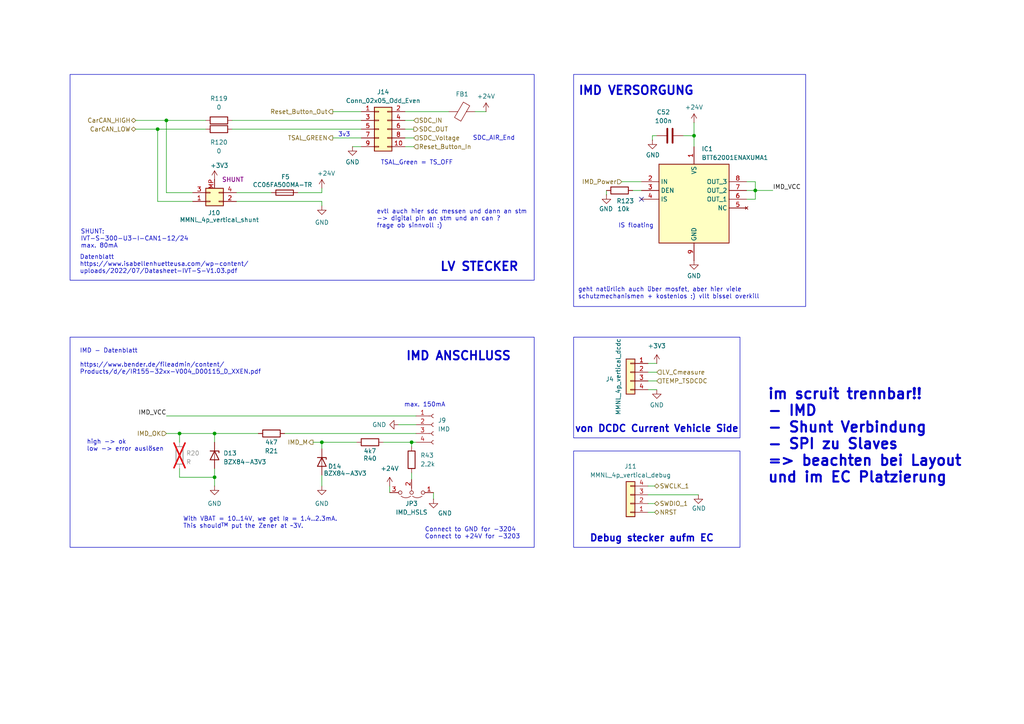
<source format=kicad_sch>
(kicad_sch
	(version 20231120)
	(generator "eeschema")
	(generator_version "8.0")
	(uuid "200fd554-4226-4e14-a1ce-db0521b00741")
	(paper "A4")
	(lib_symbols
		(symbol "BTT62001ENAXUMA1:BTT62001ENAXUMA1"
			(exclude_from_sim no)
			(in_bom yes)
			(on_board yes)
			(property "Reference" "IC"
				(at 26.67 7.62 0)
				(effects
					(font
						(size 1.27 1.27)
					)
					(justify left top)
				)
			)
			(property "Value" "BTT62001ENAXUMA1"
				(at 26.67 5.08 0)
				(effects
					(font
						(size 1.27 1.27)
					)
					(justify left top)
				)
			)
			(property "Footprint" "SOIC127P600X115-9N"
				(at 26.67 -94.92 0)
				(effects
					(font
						(size 1.27 1.27)
					)
					(justify left top)
					(hide yes)
				)
			)
			(property "Datasheet" "https://www.infineon.com/dgdl/Infineon-BTT6200-1ENA-DS-v01_00-EN.pdf?fileId=5546d462636cc8fb01645f3a31f312e9"
				(at 26.67 -194.92 0)
				(effects
					(font
						(size 1.27 1.27)
					)
					(justify left top)
					(hide yes)
				)
			)
			(property "Description" "Infineon PROFET"
				(at -2.54 5.334 0)
				(effects
					(font
						(size 1.27 1.27)
					)
					(hide yes)
				)
			)
			(property "Height" "1.15"
				(at 26.67 -394.92 0)
				(effects
					(font
						(size 1.27 1.27)
					)
					(justify left top)
					(hide yes)
				)
			)
			(property "Manufacturer_Name" "Infineon"
				(at 26.67 -494.92 0)
				(effects
					(font
						(size 1.27 1.27)
					)
					(justify left top)
					(hide yes)
				)
			)
			(property "Manufacturer_Part_Number" "BTT62001ENAXUMA1"
				(at 26.67 -594.92 0)
				(effects
					(font
						(size 1.27 1.27)
					)
					(justify left top)
					(hide yes)
				)
			)
			(property "Arrow Part Number" "BTT62001ENAXUMA1"
				(at 26.67 -694.92 0)
				(effects
					(font
						(size 1.27 1.27)
					)
					(justify left top)
					(hide yes)
				)
			)
			(property "Arrow Price/Stock" "https://www.arrow.com/en/products/btt62001enaxuma1/infineon-technologies-ag"
				(at 26.67 -794.92 0)
				(effects
					(font
						(size 1.27 1.27)
					)
					(justify left top)
					(hide yes)
				)
			)
			(symbol "BTT62001ENAXUMA1_1_1"
				(rectangle
					(start 5.08 2.54)
					(end 25.4 -20.32)
					(stroke
						(width 0.254)
						(type default)
					)
					(fill
						(type background)
					)
				)
				(pin passive line
					(at 15.24 7.62 270)
					(length 5.08)
					(name "VS"
						(effects
							(font
								(size 1.27 1.27)
							)
						)
					)
					(number "1"
						(effects
							(font
								(size 1.27 1.27)
							)
						)
					)
				)
				(pin passive line
					(at 0 -2.54 0)
					(length 5.08)
					(name "IN"
						(effects
							(font
								(size 1.27 1.27)
							)
						)
					)
					(number "2"
						(effects
							(font
								(size 1.27 1.27)
							)
						)
					)
				)
				(pin passive line
					(at 0 -5.08 0)
					(length 5.08)
					(name "DEN"
						(effects
							(font
								(size 1.27 1.27)
							)
						)
					)
					(number "3"
						(effects
							(font
								(size 1.27 1.27)
							)
						)
					)
				)
				(pin passive line
					(at 0 -7.62 0)
					(length 5.08)
					(name "IS"
						(effects
							(font
								(size 1.27 1.27)
							)
						)
					)
					(number "4"
						(effects
							(font
								(size 1.27 1.27)
							)
						)
					)
				)
				(pin no_connect line
					(at 30.48 -10.16 180)
					(length 5.08)
					(name "NC"
						(effects
							(font
								(size 1.27 1.27)
							)
						)
					)
					(number "5"
						(effects
							(font
								(size 1.27 1.27)
							)
						)
					)
				)
				(pin passive line
					(at 30.48 -7.62 180)
					(length 5.08)
					(name "OUT_1"
						(effects
							(font
								(size 1.27 1.27)
							)
						)
					)
					(number "6"
						(effects
							(font
								(size 1.27 1.27)
							)
						)
					)
				)
				(pin passive line
					(at 30.48 -5.08 180)
					(length 5.08)
					(name "OUT_2"
						(effects
							(font
								(size 1.27 1.27)
							)
						)
					)
					(number "7"
						(effects
							(font
								(size 1.27 1.27)
							)
						)
					)
				)
				(pin passive line
					(at 30.48 -2.54 180)
					(length 5.08)
					(name "OUT_3"
						(effects
							(font
								(size 1.27 1.27)
							)
						)
					)
					(number "8"
						(effects
							(font
								(size 1.27 1.27)
							)
						)
					)
				)
				(pin passive line
					(at 15.24 -25.4 90)
					(length 5.08)
					(name "GND"
						(effects
							(font
								(size 1.27 1.27)
							)
						)
					)
					(number "9"
						(effects
							(font
								(size 1.27 1.27)
							)
						)
					)
				)
			)
		)
		(symbol "Connector:Conn_01x04_Socket"
			(pin_names
				(offset 1.016) hide)
			(exclude_from_sim no)
			(in_bom yes)
			(on_board yes)
			(property "Reference" "J"
				(at 0 5.08 0)
				(effects
					(font
						(size 1.27 1.27)
					)
				)
			)
			(property "Value" "Conn_01x04_Socket"
				(at 0 -7.62 0)
				(effects
					(font
						(size 1.27 1.27)
					)
				)
			)
			(property "Footprint" ""
				(at 0 0 0)
				(effects
					(font
						(size 1.27 1.27)
					)
					(hide yes)
				)
			)
			(property "Datasheet" "~"
				(at 0 0 0)
				(effects
					(font
						(size 1.27 1.27)
					)
					(hide yes)
				)
			)
			(property "Description" "Generic connector, single row, 01x04, script generated"
				(at 0 0 0)
				(effects
					(font
						(size 1.27 1.27)
					)
					(hide yes)
				)
			)
			(property "ki_locked" ""
				(at 0 0 0)
				(effects
					(font
						(size 1.27 1.27)
					)
				)
			)
			(property "ki_keywords" "connector"
				(at 0 0 0)
				(effects
					(font
						(size 1.27 1.27)
					)
					(hide yes)
				)
			)
			(property "ki_fp_filters" "Connector*:*_1x??_*"
				(at 0 0 0)
				(effects
					(font
						(size 1.27 1.27)
					)
					(hide yes)
				)
			)
			(symbol "Conn_01x04_Socket_1_1"
				(arc
					(start 0 -4.572)
					(mid -0.5058 -5.08)
					(end 0 -5.588)
					(stroke
						(width 0.1524)
						(type default)
					)
					(fill
						(type none)
					)
				)
				(arc
					(start 0 -2.032)
					(mid -0.5058 -2.54)
					(end 0 -3.048)
					(stroke
						(width 0.1524)
						(type default)
					)
					(fill
						(type none)
					)
				)
				(polyline
					(pts
						(xy -1.27 -5.08) (xy -0.508 -5.08)
					)
					(stroke
						(width 0.1524)
						(type default)
					)
					(fill
						(type none)
					)
				)
				(polyline
					(pts
						(xy -1.27 -2.54) (xy -0.508 -2.54)
					)
					(stroke
						(width 0.1524)
						(type default)
					)
					(fill
						(type none)
					)
				)
				(polyline
					(pts
						(xy -1.27 0) (xy -0.508 0)
					)
					(stroke
						(width 0.1524)
						(type default)
					)
					(fill
						(type none)
					)
				)
				(polyline
					(pts
						(xy -1.27 2.54) (xy -0.508 2.54)
					)
					(stroke
						(width 0.1524)
						(type default)
					)
					(fill
						(type none)
					)
				)
				(arc
					(start 0 0.508)
					(mid -0.5058 0)
					(end 0 -0.508)
					(stroke
						(width 0.1524)
						(type default)
					)
					(fill
						(type none)
					)
				)
				(arc
					(start 0 3.048)
					(mid -0.5058 2.54)
					(end 0 2.032)
					(stroke
						(width 0.1524)
						(type default)
					)
					(fill
						(type none)
					)
				)
				(pin passive line
					(at -5.08 2.54 0)
					(length 3.81)
					(name "Pin_1"
						(effects
							(font
								(size 1.27 1.27)
							)
						)
					)
					(number "1"
						(effects
							(font
								(size 1.27 1.27)
							)
						)
					)
				)
				(pin passive line
					(at -5.08 0 0)
					(length 3.81)
					(name "Pin_2"
						(effects
							(font
								(size 1.27 1.27)
							)
						)
					)
					(number "2"
						(effects
							(font
								(size 1.27 1.27)
							)
						)
					)
				)
				(pin passive line
					(at -5.08 -2.54 0)
					(length 3.81)
					(name "Pin_3"
						(effects
							(font
								(size 1.27 1.27)
							)
						)
					)
					(number "3"
						(effects
							(font
								(size 1.27 1.27)
							)
						)
					)
				)
				(pin passive line
					(at -5.08 -5.08 0)
					(length 3.81)
					(name "Pin_4"
						(effects
							(font
								(size 1.27 1.27)
							)
						)
					)
					(number "4"
						(effects
							(font
								(size 1.27 1.27)
							)
						)
					)
				)
			)
		)
		(symbol "Connector_Generic:Conn_01x04"
			(pin_names
				(offset 1.016) hide)
			(exclude_from_sim no)
			(in_bom yes)
			(on_board yes)
			(property "Reference" "J"
				(at 0 5.08 0)
				(effects
					(font
						(size 1.27 1.27)
					)
				)
			)
			(property "Value" "Conn_01x04"
				(at 0 -7.62 0)
				(effects
					(font
						(size 1.27 1.27)
					)
				)
			)
			(property "Footprint" ""
				(at 0 0 0)
				(effects
					(font
						(size 1.27 1.27)
					)
					(hide yes)
				)
			)
			(property "Datasheet" "~"
				(at 0 0 0)
				(effects
					(font
						(size 1.27 1.27)
					)
					(hide yes)
				)
			)
			(property "Description" "Generic connector, single row, 01x04, script generated (kicad-library-utils/schlib/autogen/connector/)"
				(at 0 0 0)
				(effects
					(font
						(size 1.27 1.27)
					)
					(hide yes)
				)
			)
			(property "ki_keywords" "connector"
				(at 0 0 0)
				(effects
					(font
						(size 1.27 1.27)
					)
					(hide yes)
				)
			)
			(property "ki_fp_filters" "Connector*:*_1x??_*"
				(at 0 0 0)
				(effects
					(font
						(size 1.27 1.27)
					)
					(hide yes)
				)
			)
			(symbol "Conn_01x04_1_1"
				(rectangle
					(start -1.27 -4.953)
					(end 0 -5.207)
					(stroke
						(width 0.1524)
						(type default)
					)
					(fill
						(type none)
					)
				)
				(rectangle
					(start -1.27 -2.413)
					(end 0 -2.667)
					(stroke
						(width 0.1524)
						(type default)
					)
					(fill
						(type none)
					)
				)
				(rectangle
					(start -1.27 0.127)
					(end 0 -0.127)
					(stroke
						(width 0.1524)
						(type default)
					)
					(fill
						(type none)
					)
				)
				(rectangle
					(start -1.27 2.667)
					(end 0 2.413)
					(stroke
						(width 0.1524)
						(type default)
					)
					(fill
						(type none)
					)
				)
				(rectangle
					(start -1.27 3.81)
					(end 1.27 -6.35)
					(stroke
						(width 0.254)
						(type default)
					)
					(fill
						(type background)
					)
				)
				(pin passive line
					(at -5.08 2.54 0)
					(length 3.81)
					(name "Pin_1"
						(effects
							(font
								(size 1.27 1.27)
							)
						)
					)
					(number "1"
						(effects
							(font
								(size 1.27 1.27)
							)
						)
					)
				)
				(pin passive line
					(at -5.08 0 0)
					(length 3.81)
					(name "Pin_2"
						(effects
							(font
								(size 1.27 1.27)
							)
						)
					)
					(number "2"
						(effects
							(font
								(size 1.27 1.27)
							)
						)
					)
				)
				(pin passive line
					(at -5.08 -2.54 0)
					(length 3.81)
					(name "Pin_3"
						(effects
							(font
								(size 1.27 1.27)
							)
						)
					)
					(number "3"
						(effects
							(font
								(size 1.27 1.27)
							)
						)
					)
				)
				(pin passive line
					(at -5.08 -5.08 0)
					(length 3.81)
					(name "Pin_4"
						(effects
							(font
								(size 1.27 1.27)
							)
						)
					)
					(number "4"
						(effects
							(font
								(size 1.27 1.27)
							)
						)
					)
				)
			)
		)
		(symbol "Connector_Generic:Conn_02x05_Odd_Even"
			(pin_names
				(offset 1.016) hide)
			(exclude_from_sim no)
			(in_bom yes)
			(on_board yes)
			(property "Reference" "J"
				(at 1.27 7.62 0)
				(effects
					(font
						(size 1.27 1.27)
					)
				)
			)
			(property "Value" "Conn_02x05_Odd_Even"
				(at 1.27 -7.62 0)
				(effects
					(font
						(size 1.27 1.27)
					)
				)
			)
			(property "Footprint" ""
				(at 0 0 0)
				(effects
					(font
						(size 1.27 1.27)
					)
					(hide yes)
				)
			)
			(property "Datasheet" "~"
				(at 0 0 0)
				(effects
					(font
						(size 1.27 1.27)
					)
					(hide yes)
				)
			)
			(property "Description" "Generic connector, double row, 02x05, odd/even pin numbering scheme (row 1 odd numbers, row 2 even numbers), script generated (kicad-library-utils/schlib/autogen/connector/)"
				(at 0 0 0)
				(effects
					(font
						(size 1.27 1.27)
					)
					(hide yes)
				)
			)
			(property "ki_keywords" "connector"
				(at 0 0 0)
				(effects
					(font
						(size 1.27 1.27)
					)
					(hide yes)
				)
			)
			(property "ki_fp_filters" "Connector*:*_2x??_*"
				(at 0 0 0)
				(effects
					(font
						(size 1.27 1.27)
					)
					(hide yes)
				)
			)
			(symbol "Conn_02x05_Odd_Even_1_1"
				(rectangle
					(start -1.27 -4.953)
					(end 0 -5.207)
					(stroke
						(width 0.1524)
						(type default)
					)
					(fill
						(type none)
					)
				)
				(rectangle
					(start -1.27 -2.413)
					(end 0 -2.667)
					(stroke
						(width 0.1524)
						(type default)
					)
					(fill
						(type none)
					)
				)
				(rectangle
					(start -1.27 0.127)
					(end 0 -0.127)
					(stroke
						(width 0.1524)
						(type default)
					)
					(fill
						(type none)
					)
				)
				(rectangle
					(start -1.27 2.667)
					(end 0 2.413)
					(stroke
						(width 0.1524)
						(type default)
					)
					(fill
						(type none)
					)
				)
				(rectangle
					(start -1.27 5.207)
					(end 0 4.953)
					(stroke
						(width 0.1524)
						(type default)
					)
					(fill
						(type none)
					)
				)
				(rectangle
					(start -1.27 6.35)
					(end 3.81 -6.35)
					(stroke
						(width 0.254)
						(type default)
					)
					(fill
						(type background)
					)
				)
				(rectangle
					(start 3.81 -4.953)
					(end 2.54 -5.207)
					(stroke
						(width 0.1524)
						(type default)
					)
					(fill
						(type none)
					)
				)
				(rectangle
					(start 3.81 -2.413)
					(end 2.54 -2.667)
					(stroke
						(width 0.1524)
						(type default)
					)
					(fill
						(type none)
					)
				)
				(rectangle
					(start 3.81 0.127)
					(end 2.54 -0.127)
					(stroke
						(width 0.1524)
						(type default)
					)
					(fill
						(type none)
					)
				)
				(rectangle
					(start 3.81 2.667)
					(end 2.54 2.413)
					(stroke
						(width 0.1524)
						(type default)
					)
					(fill
						(type none)
					)
				)
				(rectangle
					(start 3.81 5.207)
					(end 2.54 4.953)
					(stroke
						(width 0.1524)
						(type default)
					)
					(fill
						(type none)
					)
				)
				(pin passive line
					(at -5.08 5.08 0)
					(length 3.81)
					(name "Pin_1"
						(effects
							(font
								(size 1.27 1.27)
							)
						)
					)
					(number "1"
						(effects
							(font
								(size 1.27 1.27)
							)
						)
					)
				)
				(pin passive line
					(at 7.62 -5.08 180)
					(length 3.81)
					(name "Pin_10"
						(effects
							(font
								(size 1.27 1.27)
							)
						)
					)
					(number "10"
						(effects
							(font
								(size 1.27 1.27)
							)
						)
					)
				)
				(pin passive line
					(at 7.62 5.08 180)
					(length 3.81)
					(name "Pin_2"
						(effects
							(font
								(size 1.27 1.27)
							)
						)
					)
					(number "2"
						(effects
							(font
								(size 1.27 1.27)
							)
						)
					)
				)
				(pin passive line
					(at -5.08 2.54 0)
					(length 3.81)
					(name "Pin_3"
						(effects
							(font
								(size 1.27 1.27)
							)
						)
					)
					(number "3"
						(effects
							(font
								(size 1.27 1.27)
							)
						)
					)
				)
				(pin passive line
					(at 7.62 2.54 180)
					(length 3.81)
					(name "Pin_4"
						(effects
							(font
								(size 1.27 1.27)
							)
						)
					)
					(number "4"
						(effects
							(font
								(size 1.27 1.27)
							)
						)
					)
				)
				(pin passive line
					(at -5.08 0 0)
					(length 3.81)
					(name "Pin_5"
						(effects
							(font
								(size 1.27 1.27)
							)
						)
					)
					(number "5"
						(effects
							(font
								(size 1.27 1.27)
							)
						)
					)
				)
				(pin passive line
					(at 7.62 0 180)
					(length 3.81)
					(name "Pin_6"
						(effects
							(font
								(size 1.27 1.27)
							)
						)
					)
					(number "6"
						(effects
							(font
								(size 1.27 1.27)
							)
						)
					)
				)
				(pin passive line
					(at -5.08 -2.54 0)
					(length 3.81)
					(name "Pin_7"
						(effects
							(font
								(size 1.27 1.27)
							)
						)
					)
					(number "7"
						(effects
							(font
								(size 1.27 1.27)
							)
						)
					)
				)
				(pin passive line
					(at 7.62 -2.54 180)
					(length 3.81)
					(name "Pin_8"
						(effects
							(font
								(size 1.27 1.27)
							)
						)
					)
					(number "8"
						(effects
							(font
								(size 1.27 1.27)
							)
						)
					)
				)
				(pin passive line
					(at -5.08 -5.08 0)
					(length 3.81)
					(name "Pin_9"
						(effects
							(font
								(size 1.27 1.27)
							)
						)
					)
					(number "9"
						(effects
							(font
								(size 1.27 1.27)
							)
						)
					)
				)
			)
		)
		(symbol "Device:C"
			(pin_numbers hide)
			(pin_names
				(offset 0.254)
			)
			(exclude_from_sim no)
			(in_bom yes)
			(on_board yes)
			(property "Reference" "C"
				(at 0.635 2.54 0)
				(effects
					(font
						(size 1.27 1.27)
					)
					(justify left)
				)
			)
			(property "Value" "C"
				(at 0.635 -2.54 0)
				(effects
					(font
						(size 1.27 1.27)
					)
					(justify left)
				)
			)
			(property "Footprint" ""
				(at 0.9652 -3.81 0)
				(effects
					(font
						(size 1.27 1.27)
					)
					(hide yes)
				)
			)
			(property "Datasheet" "~"
				(at 0 0 0)
				(effects
					(font
						(size 1.27 1.27)
					)
					(hide yes)
				)
			)
			(property "Description" "Unpolarized capacitor"
				(at 0 0 0)
				(effects
					(font
						(size 1.27 1.27)
					)
					(hide yes)
				)
			)
			(property "ki_keywords" "cap capacitor"
				(at 0 0 0)
				(effects
					(font
						(size 1.27 1.27)
					)
					(hide yes)
				)
			)
			(property "ki_fp_filters" "C_*"
				(at 0 0 0)
				(effects
					(font
						(size 1.27 1.27)
					)
					(hide yes)
				)
			)
			(symbol "C_0_1"
				(polyline
					(pts
						(xy -2.032 -0.762) (xy 2.032 -0.762)
					)
					(stroke
						(width 0.508)
						(type default)
					)
					(fill
						(type none)
					)
				)
				(polyline
					(pts
						(xy -2.032 0.762) (xy 2.032 0.762)
					)
					(stroke
						(width 0.508)
						(type default)
					)
					(fill
						(type none)
					)
				)
			)
			(symbol "C_1_1"
				(pin passive line
					(at 0 3.81 270)
					(length 2.794)
					(name "~"
						(effects
							(font
								(size 1.27 1.27)
							)
						)
					)
					(number "1"
						(effects
							(font
								(size 1.27 1.27)
							)
						)
					)
				)
				(pin passive line
					(at 0 -3.81 90)
					(length 2.794)
					(name "~"
						(effects
							(font
								(size 1.27 1.27)
							)
						)
					)
					(number "2"
						(effects
							(font
								(size 1.27 1.27)
							)
						)
					)
				)
			)
		)
		(symbol "Device:FerriteBead"
			(pin_numbers hide)
			(pin_names
				(offset 0)
			)
			(exclude_from_sim no)
			(in_bom yes)
			(on_board yes)
			(property "Reference" "FB"
				(at -3.81 0.635 90)
				(effects
					(font
						(size 1.27 1.27)
					)
				)
			)
			(property "Value" "FerriteBead"
				(at 3.81 0 90)
				(effects
					(font
						(size 1.27 1.27)
					)
				)
			)
			(property "Footprint" ""
				(at -1.778 0 90)
				(effects
					(font
						(size 1.27 1.27)
					)
					(hide yes)
				)
			)
			(property "Datasheet" "~"
				(at 0 0 0)
				(effects
					(font
						(size 1.27 1.27)
					)
					(hide yes)
				)
			)
			(property "Description" "Ferrite bead"
				(at 0 0 0)
				(effects
					(font
						(size 1.27 1.27)
					)
					(hide yes)
				)
			)
			(property "ki_keywords" "L ferrite bead inductor filter"
				(at 0 0 0)
				(effects
					(font
						(size 1.27 1.27)
					)
					(hide yes)
				)
			)
			(property "ki_fp_filters" "Inductor_* L_* *Ferrite*"
				(at 0 0 0)
				(effects
					(font
						(size 1.27 1.27)
					)
					(hide yes)
				)
			)
			(symbol "FerriteBead_0_1"
				(polyline
					(pts
						(xy 0 -1.27) (xy 0 -1.2192)
					)
					(stroke
						(width 0)
						(type default)
					)
					(fill
						(type none)
					)
				)
				(polyline
					(pts
						(xy 0 1.27) (xy 0 1.2954)
					)
					(stroke
						(width 0)
						(type default)
					)
					(fill
						(type none)
					)
				)
				(polyline
					(pts
						(xy -2.7686 0.4064) (xy -1.7018 2.2606) (xy 2.7686 -0.3048) (xy 1.6764 -2.159) (xy -2.7686 0.4064)
					)
					(stroke
						(width 0)
						(type default)
					)
					(fill
						(type none)
					)
				)
			)
			(symbol "FerriteBead_1_1"
				(pin passive line
					(at 0 3.81 270)
					(length 2.54)
					(name "~"
						(effects
							(font
								(size 1.27 1.27)
							)
						)
					)
					(number "1"
						(effects
							(font
								(size 1.27 1.27)
							)
						)
					)
				)
				(pin passive line
					(at 0 -3.81 90)
					(length 2.54)
					(name "~"
						(effects
							(font
								(size 1.27 1.27)
							)
						)
					)
					(number "2"
						(effects
							(font
								(size 1.27 1.27)
							)
						)
					)
				)
			)
		)
		(symbol "Device:Fuse"
			(pin_numbers hide)
			(pin_names
				(offset 0)
			)
			(exclude_from_sim no)
			(in_bom yes)
			(on_board yes)
			(property "Reference" "F"
				(at 2.032 0 90)
				(effects
					(font
						(size 1.27 1.27)
					)
				)
			)
			(property "Value" "Fuse"
				(at -1.905 0 90)
				(effects
					(font
						(size 1.27 1.27)
					)
				)
			)
			(property "Footprint" ""
				(at -1.778 0 90)
				(effects
					(font
						(size 1.27 1.27)
					)
					(hide yes)
				)
			)
			(property "Datasheet" "~"
				(at 0 0 0)
				(effects
					(font
						(size 1.27 1.27)
					)
					(hide yes)
				)
			)
			(property "Description" "Fuse"
				(at 0 0 0)
				(effects
					(font
						(size 1.27 1.27)
					)
					(hide yes)
				)
			)
			(property "ki_keywords" "fuse"
				(at 0 0 0)
				(effects
					(font
						(size 1.27 1.27)
					)
					(hide yes)
				)
			)
			(property "ki_fp_filters" "*Fuse*"
				(at 0 0 0)
				(effects
					(font
						(size 1.27 1.27)
					)
					(hide yes)
				)
			)
			(symbol "Fuse_0_1"
				(rectangle
					(start -0.762 -2.54)
					(end 0.762 2.54)
					(stroke
						(width 0.254)
						(type default)
					)
					(fill
						(type none)
					)
				)
				(polyline
					(pts
						(xy 0 2.54) (xy 0 -2.54)
					)
					(stroke
						(width 0)
						(type default)
					)
					(fill
						(type none)
					)
				)
			)
			(symbol "Fuse_1_1"
				(pin passive line
					(at 0 3.81 270)
					(length 1.27)
					(name "~"
						(effects
							(font
								(size 1.27 1.27)
							)
						)
					)
					(number "1"
						(effects
							(font
								(size 1.27 1.27)
							)
						)
					)
				)
				(pin passive line
					(at 0 -3.81 90)
					(length 1.27)
					(name "~"
						(effects
							(font
								(size 1.27 1.27)
							)
						)
					)
					(number "2"
						(effects
							(font
								(size 1.27 1.27)
							)
						)
					)
				)
			)
		)
		(symbol "Device:R"
			(pin_numbers hide)
			(pin_names
				(offset 0)
			)
			(exclude_from_sim no)
			(in_bom yes)
			(on_board yes)
			(property "Reference" "R"
				(at 2.032 0 90)
				(effects
					(font
						(size 1.27 1.27)
					)
				)
			)
			(property "Value" "R"
				(at 0 0 90)
				(effects
					(font
						(size 1.27 1.27)
					)
				)
			)
			(property "Footprint" ""
				(at -1.778 0 90)
				(effects
					(font
						(size 1.27 1.27)
					)
					(hide yes)
				)
			)
			(property "Datasheet" "~"
				(at 0 0 0)
				(effects
					(font
						(size 1.27 1.27)
					)
					(hide yes)
				)
			)
			(property "Description" "Resistor"
				(at 0 0 0)
				(effects
					(font
						(size 1.27 1.27)
					)
					(hide yes)
				)
			)
			(property "ki_keywords" "R res resistor"
				(at 0 0 0)
				(effects
					(font
						(size 1.27 1.27)
					)
					(hide yes)
				)
			)
			(property "ki_fp_filters" "R_*"
				(at 0 0 0)
				(effects
					(font
						(size 1.27 1.27)
					)
					(hide yes)
				)
			)
			(symbol "R_0_1"
				(rectangle
					(start -1.016 -2.54)
					(end 1.016 2.54)
					(stroke
						(width 0.254)
						(type default)
					)
					(fill
						(type none)
					)
				)
			)
			(symbol "R_1_1"
				(pin passive line
					(at 0 3.81 270)
					(length 1.27)
					(name "~"
						(effects
							(font
								(size 1.27 1.27)
							)
						)
					)
					(number "1"
						(effects
							(font
								(size 1.27 1.27)
							)
						)
					)
				)
				(pin passive line
					(at 0 -3.81 90)
					(length 1.27)
					(name "~"
						(effects
							(font
								(size 1.27 1.27)
							)
						)
					)
					(number "2"
						(effects
							(font
								(size 1.27 1.27)
							)
						)
					)
				)
			)
		)
		(symbol "Jumper:Jumper_3_Open"
			(pin_names
				(offset 0) hide)
			(exclude_from_sim no)
			(in_bom yes)
			(on_board yes)
			(property "Reference" "JP"
				(at -2.54 -2.54 0)
				(effects
					(font
						(size 1.27 1.27)
					)
				)
			)
			(property "Value" "Jumper_3_Open"
				(at 0 2.794 0)
				(effects
					(font
						(size 1.27 1.27)
					)
				)
			)
			(property "Footprint" ""
				(at 0 0 0)
				(effects
					(font
						(size 1.27 1.27)
					)
					(hide yes)
				)
			)
			(property "Datasheet" "~"
				(at 0 0 0)
				(effects
					(font
						(size 1.27 1.27)
					)
					(hide yes)
				)
			)
			(property "Description" "Jumper, 3-pole, both open"
				(at 0 0 0)
				(effects
					(font
						(size 1.27 1.27)
					)
					(hide yes)
				)
			)
			(property "ki_keywords" "Jumper SPDT"
				(at 0 0 0)
				(effects
					(font
						(size 1.27 1.27)
					)
					(hide yes)
				)
			)
			(property "ki_fp_filters" "Jumper* TestPoint*3Pads* TestPoint*Bridge*"
				(at 0 0 0)
				(effects
					(font
						(size 1.27 1.27)
					)
					(hide yes)
				)
			)
			(symbol "Jumper_3_Open_0_0"
				(circle
					(center -3.302 0)
					(radius 0.508)
					(stroke
						(width 0)
						(type default)
					)
					(fill
						(type none)
					)
				)
				(circle
					(center 0 0)
					(radius 0.508)
					(stroke
						(width 0)
						(type default)
					)
					(fill
						(type none)
					)
				)
				(circle
					(center 3.302 0)
					(radius 0.508)
					(stroke
						(width 0)
						(type default)
					)
					(fill
						(type none)
					)
				)
			)
			(symbol "Jumper_3_Open_0_1"
				(arc
					(start -0.254 1.016)
					(mid -1.651 1.4992)
					(end -3.048 1.016)
					(stroke
						(width 0)
						(type default)
					)
					(fill
						(type none)
					)
				)
				(polyline
					(pts
						(xy 0 -0.508) (xy 0 -1.27)
					)
					(stroke
						(width 0)
						(type default)
					)
					(fill
						(type none)
					)
				)
				(arc
					(start 3.048 1.016)
					(mid 1.651 1.4992)
					(end 0.254 1.016)
					(stroke
						(width 0)
						(type default)
					)
					(fill
						(type none)
					)
				)
			)
			(symbol "Jumper_3_Open_1_1"
				(pin passive line
					(at -6.35 0 0)
					(length 2.54)
					(name "A"
						(effects
							(font
								(size 1.27 1.27)
							)
						)
					)
					(number "1"
						(effects
							(font
								(size 1.27 1.27)
							)
						)
					)
				)
				(pin passive line
					(at 0 -3.81 90)
					(length 2.54)
					(name "C"
						(effects
							(font
								(size 1.27 1.27)
							)
						)
					)
					(number "2"
						(effects
							(font
								(size 1.27 1.27)
							)
						)
					)
				)
				(pin passive line
					(at 6.35 0 180)
					(length 2.54)
					(name "B"
						(effects
							(font
								(size 1.27 1.27)
							)
						)
					)
					(number "3"
						(effects
							(font
								(size 1.27 1.27)
							)
						)
					)
				)
			)
		)
		(symbol "Master:BZX84-A3V3"
			(pin_numbers hide)
			(pin_names
				(offset 1.016) hide)
			(exclude_from_sim no)
			(in_bom yes)
			(on_board yes)
			(property "Reference" "D"
				(at 0 2.54 0)
				(effects
					(font
						(size 1.27 1.27)
					)
				)
			)
			(property "Value" "BZX84-A3V3"
				(at 0 -2.54 0)
				(effects
					(font
						(size 1.27 1.27)
					)
				)
			)
			(property "Footprint" "Package_TO_SOT_SMD:SOT-23-3"
				(at 0 5.08 0)
				(effects
					(font
						(size 1.27 1.27)
					)
					(hide yes)
				)
			)
			(property "Datasheet" "~"
				(at 0 0 0)
				(effects
					(font
						(size 1.27 1.27)
					)
					(hide yes)
				)
			)
			(property "Description" "Zener diode 3.3V SOT-23"
				(at 0 0 0)
				(effects
					(font
						(size 1.27 1.27)
					)
					(hide yes)
				)
			)
			(property "ki_keywords" "diode"
				(at 0 0 0)
				(effects
					(font
						(size 1.27 1.27)
					)
					(hide yes)
				)
			)
			(property "ki_fp_filters" "TO-???* *_Diode_* *SingleDiode* D_*"
				(at 0 0 0)
				(effects
					(font
						(size 1.27 1.27)
					)
					(hide yes)
				)
			)
			(symbol "BZX84-A3V3_0_1"
				(polyline
					(pts
						(xy 1.27 0) (xy -1.27 0)
					)
					(stroke
						(width 0)
						(type default)
					)
					(fill
						(type none)
					)
				)
				(polyline
					(pts
						(xy -1.27 -1.27) (xy -1.27 1.27) (xy -0.762 1.27)
					)
					(stroke
						(width 0.254)
						(type default)
					)
					(fill
						(type none)
					)
				)
				(polyline
					(pts
						(xy 1.27 -1.27) (xy 1.27 1.27) (xy -1.27 0) (xy 1.27 -1.27)
					)
					(stroke
						(width 0.254)
						(type default)
					)
					(fill
						(type none)
					)
				)
			)
			(symbol "BZX84-A3V3_1_1"
				(pin passive line
					(at 3.81 0 180)
					(length 2.54)
					(name "A"
						(effects
							(font
								(size 1.27 1.27)
							)
						)
					)
					(number "1"
						(effects
							(font
								(size 1.27 1.27)
							)
						)
					)
				)
				(pin passive line
					(at -3.81 0 0)
					(length 2.54)
					(name "K"
						(effects
							(font
								(size 1.27 1.27)
							)
						)
					)
					(number "3"
						(effects
							(font
								(size 1.27 1.27)
							)
						)
					)
				)
			)
		)
		(symbol "Master:MMNL_2x2p_vertical"
			(pin_names
				(offset 1.016) hide)
			(exclude_from_sim no)
			(in_bom yes)
			(on_board yes)
			(property "Reference" "J"
				(at 1.27 2.54 0)
				(effects
					(font
						(size 1.27 1.27)
					)
				)
			)
			(property "Value" "MMNL_2x2p_vertical"
				(at 1.27 -5.08 0)
				(effects
					(font
						(size 1.27 1.27)
					)
				)
			)
			(property "Footprint" "FaSTTUBe_connectors:Micro_Mate-N-Lok_2x2p_vertical"
				(at 2.54 -7.112 0)
				(effects
					(font
						(size 1.27 1.27)
					)
					(hide yes)
				)
			)
			(property "Datasheet" "~"
				(at 0 0 0)
				(effects
					(font
						(size 1.27 1.27)
					)
					(hide yes)
				)
			)
			(property "Description" "Generic connector, double row, 02x02, odd/even pin numbering scheme (row 1 odd numbers, row 2 even numbers), script generated (kicad-library-utils/schlib/autogen/connector/)"
				(at 2.032 -9.398 0)
				(effects
					(font
						(size 1.27 1.27)
					)
					(hide yes)
				)
			)
			(property "ki_keywords" "connector"
				(at 0 0 0)
				(effects
					(font
						(size 1.27 1.27)
					)
					(hide yes)
				)
			)
			(property "ki_fp_filters" "Connector*:*_2x??_*"
				(at 0 0 0)
				(effects
					(font
						(size 1.27 1.27)
					)
					(hide yes)
				)
			)
			(symbol "MMNL_2x2p_vertical_1_1"
				(rectangle
					(start -1.27 -2.413)
					(end 0 -2.667)
					(stroke
						(width 0.1524)
						(type default)
					)
					(fill
						(type none)
					)
				)
				(rectangle
					(start -1.27 0.127)
					(end 0 -0.127)
					(stroke
						(width 0.1524)
						(type default)
					)
					(fill
						(type none)
					)
				)
				(rectangle
					(start -1.27 1.27)
					(end 3.81 -3.81)
					(stroke
						(width 0.254)
						(type default)
					)
					(fill
						(type background)
					)
				)
				(rectangle
					(start 3.81 -2.413)
					(end 2.54 -2.667)
					(stroke
						(width 0.1524)
						(type default)
					)
					(fill
						(type none)
					)
				)
				(rectangle
					(start 3.81 0.127)
					(end 2.54 -0.127)
					(stroke
						(width 0.1524)
						(type default)
					)
					(fill
						(type none)
					)
				)
				(pin passive line
					(at -5.08 0 0)
					(length 3.81)
					(name "Pin_1"
						(effects
							(font
								(size 1.27 1.27)
							)
						)
					)
					(number "1"
						(effects
							(font
								(size 1.27 1.27)
							)
						)
					)
				)
				(pin passive line
					(at 7.62 0 180)
					(length 3.81)
					(name "Pin_2"
						(effects
							(font
								(size 1.27 1.27)
							)
						)
					)
					(number "2"
						(effects
							(font
								(size 1.27 1.27)
							)
						)
					)
				)
				(pin passive line
					(at -5.08 -2.54 0)
					(length 3.81)
					(name "Pin_3"
						(effects
							(font
								(size 1.27 1.27)
							)
						)
					)
					(number "3"
						(effects
							(font
								(size 1.27 1.27)
							)
						)
					)
				)
				(pin passive line
					(at 7.62 -2.54 180)
					(length 3.81)
					(name "Pin_4"
						(effects
							(font
								(size 1.27 1.27)
							)
						)
					)
					(number "4"
						(effects
							(font
								(size 1.27 1.27)
							)
						)
					)
				)
				(pin passive line
					(at 1.27 -6.35 90)
					(length 2.54)
					(name ""
						(effects
							(font
								(size 1.27 1.27)
							)
						)
					)
					(number "MP"
						(effects
							(font
								(size 1.27 1.27)
							)
						)
					)
				)
			)
		)
		(symbol "power:+12V"
			(power)
			(pin_numbers hide)
			(pin_names
				(offset 0) hide)
			(exclude_from_sim no)
			(in_bom yes)
			(on_board yes)
			(property "Reference" "#PWR"
				(at 0 -3.81 0)
				(effects
					(font
						(size 1.27 1.27)
					)
					(hide yes)
				)
			)
			(property "Value" "+12V"
				(at 0 3.556 0)
				(effects
					(font
						(size 1.27 1.27)
					)
				)
			)
			(property "Footprint" ""
				(at 0 0 0)
				(effects
					(font
						(size 1.27 1.27)
					)
					(hide yes)
				)
			)
			(property "Datasheet" ""
				(at 0 0 0)
				(effects
					(font
						(size 1.27 1.27)
					)
					(hide yes)
				)
			)
			(property "Description" "Power symbol creates a global label with name \"+12V\""
				(at 0 0 0)
				(effects
					(font
						(size 1.27 1.27)
					)
					(hide yes)
				)
			)
			(property "ki_keywords" "global power"
				(at 0 0 0)
				(effects
					(font
						(size 1.27 1.27)
					)
					(hide yes)
				)
			)
			(symbol "+12V_0_1"
				(polyline
					(pts
						(xy -0.762 1.27) (xy 0 2.54)
					)
					(stroke
						(width 0)
						(type default)
					)
					(fill
						(type none)
					)
				)
				(polyline
					(pts
						(xy 0 0) (xy 0 2.54)
					)
					(stroke
						(width 0)
						(type default)
					)
					(fill
						(type none)
					)
				)
				(polyline
					(pts
						(xy 0 2.54) (xy 0.762 1.27)
					)
					(stroke
						(width 0)
						(type default)
					)
					(fill
						(type none)
					)
				)
			)
			(symbol "+12V_1_1"
				(pin power_in line
					(at 0 0 90)
					(length 0)
					(name "~"
						(effects
							(font
								(size 1.27 1.27)
							)
						)
					)
					(number "1"
						(effects
							(font
								(size 1.27 1.27)
							)
						)
					)
				)
			)
		)
		(symbol "power:+24V"
			(power)
			(pin_numbers hide)
			(pin_names
				(offset 0) hide)
			(exclude_from_sim no)
			(in_bom yes)
			(on_board yes)
			(property "Reference" "#PWR"
				(at 0 -3.81 0)
				(effects
					(font
						(size 1.27 1.27)
					)
					(hide yes)
				)
			)
			(property "Value" "+24V"
				(at 0 3.556 0)
				(effects
					(font
						(size 1.27 1.27)
					)
				)
			)
			(property "Footprint" ""
				(at 0 0 0)
				(effects
					(font
						(size 1.27 1.27)
					)
					(hide yes)
				)
			)
			(property "Datasheet" ""
				(at 0 0 0)
				(effects
					(font
						(size 1.27 1.27)
					)
					(hide yes)
				)
			)
			(property "Description" "Power symbol creates a global label with name \"+24V\""
				(at 0 0 0)
				(effects
					(font
						(size 1.27 1.27)
					)
					(hide yes)
				)
			)
			(property "ki_keywords" "global power"
				(at 0 0 0)
				(effects
					(font
						(size 1.27 1.27)
					)
					(hide yes)
				)
			)
			(symbol "+24V_0_1"
				(polyline
					(pts
						(xy -0.762 1.27) (xy 0 2.54)
					)
					(stroke
						(width 0)
						(type default)
					)
					(fill
						(type none)
					)
				)
				(polyline
					(pts
						(xy 0 0) (xy 0 2.54)
					)
					(stroke
						(width 0)
						(type default)
					)
					(fill
						(type none)
					)
				)
				(polyline
					(pts
						(xy 0 2.54) (xy 0.762 1.27)
					)
					(stroke
						(width 0)
						(type default)
					)
					(fill
						(type none)
					)
				)
			)
			(symbol "+24V_1_1"
				(pin power_in line
					(at 0 0 90)
					(length 0)
					(name "~"
						(effects
							(font
								(size 1.27 1.27)
							)
						)
					)
					(number "1"
						(effects
							(font
								(size 1.27 1.27)
							)
						)
					)
				)
			)
		)
		(symbol "power:+3V3"
			(power)
			(pin_numbers hide)
			(pin_names
				(offset 0) hide)
			(exclude_from_sim no)
			(in_bom yes)
			(on_board yes)
			(property "Reference" "#PWR"
				(at 0 -3.81 0)
				(effects
					(font
						(size 1.27 1.27)
					)
					(hide yes)
				)
			)
			(property "Value" "+3V3"
				(at 0 3.556 0)
				(effects
					(font
						(size 1.27 1.27)
					)
				)
			)
			(property "Footprint" ""
				(at 0 0 0)
				(effects
					(font
						(size 1.27 1.27)
					)
					(hide yes)
				)
			)
			(property "Datasheet" ""
				(at 0 0 0)
				(effects
					(font
						(size 1.27 1.27)
					)
					(hide yes)
				)
			)
			(property "Description" "Power symbol creates a global label with name \"+3V3\""
				(at 0 0 0)
				(effects
					(font
						(size 1.27 1.27)
					)
					(hide yes)
				)
			)
			(property "ki_keywords" "global power"
				(at 0 0 0)
				(effects
					(font
						(size 1.27 1.27)
					)
					(hide yes)
				)
			)
			(symbol "+3V3_0_1"
				(polyline
					(pts
						(xy -0.762 1.27) (xy 0 2.54)
					)
					(stroke
						(width 0)
						(type default)
					)
					(fill
						(type none)
					)
				)
				(polyline
					(pts
						(xy 0 0) (xy 0 2.54)
					)
					(stroke
						(width 0)
						(type default)
					)
					(fill
						(type none)
					)
				)
				(polyline
					(pts
						(xy 0 2.54) (xy 0.762 1.27)
					)
					(stroke
						(width 0)
						(type default)
					)
					(fill
						(type none)
					)
				)
			)
			(symbol "+3V3_1_1"
				(pin power_in line
					(at 0 0 90)
					(length 0)
					(name "~"
						(effects
							(font
								(size 1.27 1.27)
							)
						)
					)
					(number "1"
						(effects
							(font
								(size 1.27 1.27)
							)
						)
					)
				)
			)
		)
		(symbol "power:GND"
			(power)
			(pin_numbers hide)
			(pin_names
				(offset 0) hide)
			(exclude_from_sim no)
			(in_bom yes)
			(on_board yes)
			(property "Reference" "#PWR"
				(at 0 -6.35 0)
				(effects
					(font
						(size 1.27 1.27)
					)
					(hide yes)
				)
			)
			(property "Value" "GND"
				(at 0 -3.81 0)
				(effects
					(font
						(size 1.27 1.27)
					)
				)
			)
			(property "Footprint" ""
				(at 0 0 0)
				(effects
					(font
						(size 1.27 1.27)
					)
					(hide yes)
				)
			)
			(property "Datasheet" ""
				(at 0 0 0)
				(effects
					(font
						(size 1.27 1.27)
					)
					(hide yes)
				)
			)
			(property "Description" "Power symbol creates a global label with name \"GND\" , ground"
				(at 0 0 0)
				(effects
					(font
						(size 1.27 1.27)
					)
					(hide yes)
				)
			)
			(property "ki_keywords" "global power"
				(at 0 0 0)
				(effects
					(font
						(size 1.27 1.27)
					)
					(hide yes)
				)
			)
			(symbol "GND_0_1"
				(polyline
					(pts
						(xy 0 0) (xy 0 -1.27) (xy 1.27 -1.27) (xy 0 -2.54) (xy -1.27 -1.27) (xy 0 -1.27)
					)
					(stroke
						(width 0)
						(type default)
					)
					(fill
						(type none)
					)
				)
			)
			(symbol "GND_1_1"
				(pin power_in line
					(at 0 0 270)
					(length 0)
					(name "~"
						(effects
							(font
								(size 1.27 1.27)
							)
						)
					)
					(number "1"
						(effects
							(font
								(size 1.27 1.27)
							)
						)
					)
				)
			)
		)
	)
	(junction
		(at 52.07 125.73)
		(diameter 0)
		(color 0 0 0 0)
		(uuid "19072f10-ee5a-4b22-866e-df3b513352af")
	)
	(junction
		(at 93.345 128.27)
		(diameter 0)
		(color 0 0 0 0)
		(uuid "42343a46-3f07-428a-bf16-87efa8edff8c")
	)
	(junction
		(at 48.26 34.925)
		(diameter 0)
		(color 0 0 0 0)
		(uuid "4769e45c-17ba-4922-b819-a8e35fb3acc2")
	)
	(junction
		(at 219.075 55.245)
		(diameter 0)
		(color 0 0 0 0)
		(uuid "6eb95d5a-70b5-4668-b223-c8726612b6e7")
	)
	(junction
		(at 62.23 138.43)
		(diameter 0)
		(color 0 0 0 0)
		(uuid "93b1b874-e97f-47cf-b2c6-2e87d002f9cf")
	)
	(junction
		(at 201.295 39.37)
		(diameter 0)
		(color 0 0 0 0)
		(uuid "adbc9845-3c94-4ee5-93b5-dad7fa542b18")
	)
	(junction
		(at 62.23 125.73)
		(diameter 0)
		(color 0 0 0 0)
		(uuid "d4ac3df1-5e23-4aaa-ab12-71161d937d30")
	)
	(junction
		(at 119.38 128.27)
		(diameter 0)
		(color 0 0 0 0)
		(uuid "ed35cf1b-2ef9-4b44-b8e6-06c905269c9b")
	)
	(junction
		(at 45.72 37.465)
		(diameter 0)
		(color 0 0 0 0)
		(uuid "f497c29c-fe32-4760-93b5-0c99773088aa")
	)
	(no_connect
		(at 186.055 57.785)
		(uuid "3e9e0879-cd00-495f-bae5-53fa16f0f4cb")
	)
	(wire
		(pts
			(xy 93.345 55.88) (xy 86.36 55.88)
		)
		(stroke
			(width 0)
			(type default)
		)
		(uuid "0255bc4f-36a3-4788-8032-6c8b69c1750e")
	)
	(wire
		(pts
			(xy 48.26 34.925) (xy 59.69 34.925)
		)
		(stroke
			(width 0)
			(type default)
		)
		(uuid "0799e8c7-0f92-4b61-97c2-550cf9627324")
	)
	(wire
		(pts
			(xy 219.075 55.245) (xy 216.535 55.245)
		)
		(stroke
			(width 0)
			(type default)
		)
		(uuid "0db18b39-d9c5-4aac-b3dd-f8a9d98eb556")
	)
	(wire
		(pts
			(xy 68.58 55.88) (xy 78.74 55.88)
		)
		(stroke
			(width 0)
			(type default)
		)
		(uuid "1c0154b9-0327-45d8-825d-2b767943d664")
	)
	(wire
		(pts
			(xy 45.72 37.465) (xy 59.69 37.465)
		)
		(stroke
			(width 0)
			(type default)
		)
		(uuid "1f83c307-9184-4452-885a-9ef3548cf41c")
	)
	(wire
		(pts
			(xy 48.26 34.925) (xy 48.26 55.88)
		)
		(stroke
			(width 0)
			(type default)
		)
		(uuid "223afdb1-54b8-4708-a73f-4c87cf9232dc")
	)
	(wire
		(pts
			(xy 62.23 125.73) (xy 62.23 128.27)
		)
		(stroke
			(width 0)
			(type default)
		)
		(uuid "231aadfb-dd2a-4d9d-b80c-98d50e0763d9")
	)
	(wire
		(pts
			(xy 93.345 58.42) (xy 68.58 58.42)
		)
		(stroke
			(width 0)
			(type default)
		)
		(uuid "29e9c02a-14a3-4fc5-a05b-8b2cf24518b9")
	)
	(wire
		(pts
			(xy 219.075 52.705) (xy 219.075 55.245)
		)
		(stroke
			(width 0)
			(type default)
		)
		(uuid "32986fc9-cb07-4b8b-81c0-599312b0485a")
	)
	(wire
		(pts
			(xy 120.015 37.465) (xy 117.475 37.465)
		)
		(stroke
			(width 0)
			(type default)
		)
		(uuid "347a1e79-8e4b-4212-a960-6fb89efef66b")
	)
	(wire
		(pts
			(xy 216.535 52.705) (xy 219.075 52.705)
		)
		(stroke
			(width 0)
			(type default)
		)
		(uuid "383b9c21-a5f9-4fc9-b19d-182838d2e88a")
	)
	(wire
		(pts
			(xy 120.015 42.545) (xy 117.475 42.545)
		)
		(stroke
			(width 0)
			(type default)
		)
		(uuid "3b34f4ef-ab8d-44ee-a2d0-2a31d1589d6d")
	)
	(wire
		(pts
			(xy 90.805 128.27) (xy 93.345 128.27)
		)
		(stroke
			(width 0)
			(type default)
		)
		(uuid "3c4e452b-00d9-4808-b9d0-92515ec0fb60")
	)
	(wire
		(pts
			(xy 82.55 125.73) (xy 120.65 125.73)
		)
		(stroke
			(width 0)
			(type default)
		)
		(uuid "43f74520-4556-4d56-8b10-40de637704fc")
	)
	(wire
		(pts
			(xy 52.07 125.73) (xy 62.23 125.73)
		)
		(stroke
			(width 0)
			(type default)
		)
		(uuid "452b695d-025e-47a2-922c-47540bbcdd01")
	)
	(wire
		(pts
			(xy 140.97 32.385) (xy 137.795 32.385)
		)
		(stroke
			(width 0)
			(type default)
		)
		(uuid "49b1872b-23ad-44c4-b7ac-aef33c11aa54")
	)
	(wire
		(pts
			(xy 117.475 32.385) (xy 130.175 32.385)
		)
		(stroke
			(width 0)
			(type default)
		)
		(uuid "4eb67373-e7de-4954-b18d-72959d4e5ed7")
	)
	(wire
		(pts
			(xy 175.895 56.515) (xy 175.895 55.245)
		)
		(stroke
			(width 0)
			(type default)
		)
		(uuid "58e0f839-12dc-4f66-841a-fc8d94ded7b8")
	)
	(wire
		(pts
			(xy 119.38 128.27) (xy 119.38 129.54)
		)
		(stroke
			(width 0)
			(type default)
		)
		(uuid "5a375e9a-6a43-48b5-8ab7-ed74b79f317a")
	)
	(wire
		(pts
			(xy 103.505 128.27) (xy 93.345 128.27)
		)
		(stroke
			(width 0)
			(type default)
		)
		(uuid "5dedd505-5525-4264-9901-2faf9d46f31a")
	)
	(wire
		(pts
			(xy 189.865 140.97) (xy 187.96 140.97)
		)
		(stroke
			(width 0)
			(type default)
		)
		(uuid "5f5f1b64-2e43-4140-9a1f-23a916c2d4be")
	)
	(wire
		(pts
			(xy 125.73 142.875) (xy 125.73 144.78)
		)
		(stroke
			(width 0)
			(type default)
		)
		(uuid "62fd7570-7c4f-42aa-ad92-fb462293d33d")
	)
	(wire
		(pts
			(xy 93.345 137.795) (xy 93.345 140.97)
		)
		(stroke
			(width 0)
			(type default)
		)
		(uuid "6eccbf36-59ea-4e49-ad7d-b589600064a0")
	)
	(wire
		(pts
			(xy 93.345 59.69) (xy 93.345 58.42)
		)
		(stroke
			(width 0)
			(type default)
		)
		(uuid "706f8d03-a3b3-4ed3-95ae-a1d3ac319a85")
	)
	(wire
		(pts
			(xy 39.37 34.925) (xy 48.26 34.925)
		)
		(stroke
			(width 0)
			(type default)
		)
		(uuid "7316454d-0863-49c7-88d3-874c47bc083b")
	)
	(wire
		(pts
			(xy 45.72 58.42) (xy 55.88 58.42)
		)
		(stroke
			(width 0)
			(type default)
		)
		(uuid "77dce1da-d32b-4ae2-929e-4eddda6dc2b7")
	)
	(wire
		(pts
			(xy 45.72 37.465) (xy 45.72 58.42)
		)
		(stroke
			(width 0)
			(type default)
		)
		(uuid "7ad3efa0-d9e7-43dc-9f75-5a8f51ce80e6")
	)
	(wire
		(pts
			(xy 189.865 148.59) (xy 187.96 148.59)
		)
		(stroke
			(width 0)
			(type default)
		)
		(uuid "7be14796-1d26-4ef1-948d-83ffc641207f")
	)
	(wire
		(pts
			(xy 183.515 55.245) (xy 186.055 55.245)
		)
		(stroke
			(width 0)
			(type default)
		)
		(uuid "7d83cce6-098a-4b7f-b29c-85045c30e368")
	)
	(wire
		(pts
			(xy 117.475 40.005) (xy 120.015 40.005)
		)
		(stroke
			(width 0)
			(type default)
		)
		(uuid "7eb99c9a-585e-4f9f-8190-ac4bd6bf5e09")
	)
	(wire
		(pts
			(xy 180.34 52.705) (xy 186.055 52.705)
		)
		(stroke
			(width 0)
			(type default)
		)
		(uuid "7f047e60-26c4-4baa-aac5-f8471a48baa2")
	)
	(wire
		(pts
			(xy 96.52 32.385) (xy 104.775 32.385)
		)
		(stroke
			(width 0)
			(type default)
		)
		(uuid "807ef203-531a-44de-8229-f82541329fe1")
	)
	(wire
		(pts
			(xy 67.31 37.465) (xy 104.775 37.465)
		)
		(stroke
			(width 0)
			(type default)
		)
		(uuid "827e06c4-b594-4647-8d83-344da7e7444a")
	)
	(wire
		(pts
			(xy 120.015 34.925) (xy 117.475 34.925)
		)
		(stroke
			(width 0)
			(type default)
		)
		(uuid "85657ce7-f49d-4756-ad44-a1480e1cc61e")
	)
	(wire
		(pts
			(xy 52.07 138.43) (xy 62.23 138.43)
		)
		(stroke
			(width 0)
			(type default)
		)
		(uuid "85df31e6-89bb-4b1c-b543-0f3821a0722a")
	)
	(wire
		(pts
			(xy 52.07 135.89) (xy 52.07 138.43)
		)
		(stroke
			(width 0)
			(type default)
		)
		(uuid "8abd20aa-2a76-4bd9-a994-d718b91ef485")
	)
	(wire
		(pts
			(xy 62.23 125.73) (xy 74.93 125.73)
		)
		(stroke
			(width 0)
			(type default)
		)
		(uuid "8d2c4e14-5f2a-41b3-8d76-cfde6b6ad76d")
	)
	(wire
		(pts
			(xy 67.31 34.925) (xy 104.775 34.925)
		)
		(stroke
			(width 0)
			(type default)
		)
		(uuid "9436698c-b3c3-4a53-a1a1-e2870f46fc42")
	)
	(wire
		(pts
			(xy 201.295 39.37) (xy 201.295 42.545)
		)
		(stroke
			(width 0)
			(type default)
		)
		(uuid "96c855e3-cd26-4c2b-b7a5-1be4dc8174d6")
	)
	(wire
		(pts
			(xy 93.345 128.27) (xy 93.345 130.175)
		)
		(stroke
			(width 0)
			(type default)
		)
		(uuid "97b5f269-8abb-461d-abcd-82eeea9856d1")
	)
	(wire
		(pts
			(xy 190.5 105.41) (xy 187.96 105.41)
		)
		(stroke
			(width 0)
			(type default)
		)
		(uuid "99ea6270-3650-46e7-a8dc-7698f2cb70e2")
	)
	(wire
		(pts
			(xy 48.26 120.65) (xy 120.65 120.65)
		)
		(stroke
			(width 0)
			(type default)
		)
		(uuid "9a7fb677-7015-45e9-9f32-acef182ba3ba")
	)
	(wire
		(pts
			(xy 219.075 57.785) (xy 216.535 57.785)
		)
		(stroke
			(width 0)
			(type default)
		)
		(uuid "9ad3ec19-aeee-4e07-a389-0ee193190209")
	)
	(wire
		(pts
			(xy 93.345 54.61) (xy 93.345 55.88)
		)
		(stroke
			(width 0)
			(type default)
		)
		(uuid "a10fd44d-2767-4040-937f-bf65f4ca23a6")
	)
	(wire
		(pts
			(xy 120.65 128.27) (xy 119.38 128.27)
		)
		(stroke
			(width 0)
			(type default)
		)
		(uuid "a3308896-c9f0-4861-8e65-188beaa8a9c9")
	)
	(wire
		(pts
			(xy 48.26 55.88) (xy 55.88 55.88)
		)
		(stroke
			(width 0)
			(type default)
		)
		(uuid "a703b8d3-655a-4c17-9f68-8f336086aa60")
	)
	(wire
		(pts
			(xy 189.865 146.05) (xy 187.96 146.05)
		)
		(stroke
			(width 0)
			(type default)
		)
		(uuid "a82dc577-f3f2-4c20-9fe7-f0a1e43ae39b")
	)
	(wire
		(pts
			(xy 201.295 35.56) (xy 201.295 39.37)
		)
		(stroke
			(width 0)
			(type default)
		)
		(uuid "affa5877-47d2-4163-aa5c-00c9781334ec")
	)
	(wire
		(pts
			(xy 190.5 113.03) (xy 187.96 113.03)
		)
		(stroke
			(width 0)
			(type default)
		)
		(uuid "b021074d-c182-4496-bec0-70d367a760de")
	)
	(wire
		(pts
			(xy 104.775 42.545) (xy 102.235 42.545)
		)
		(stroke
			(width 0)
			(type default)
		)
		(uuid "b0fcf866-a2bd-4b72-99c8-2d4dfcc84f89")
	)
	(wire
		(pts
			(xy 119.38 137.16) (xy 119.38 139.065)
		)
		(stroke
			(width 0)
			(type default)
		)
		(uuid "b21d939c-504b-4936-bbd1-d61711bc96b3")
	)
	(wire
		(pts
			(xy 189.23 39.37) (xy 189.23 40.64)
		)
		(stroke
			(width 0)
			(type default)
		)
		(uuid "b75a02fc-e976-4ae5-b36b-251c0cc62349")
	)
	(wire
		(pts
			(xy 187.96 110.49) (xy 190.5 110.49)
		)
		(stroke
			(width 0)
			(type default)
		)
		(uuid "b9dc06ae-d7aa-4d16-b58c-fca265be442c")
	)
	(wire
		(pts
			(xy 62.23 138.43) (xy 62.23 140.97)
		)
		(stroke
			(width 0)
			(type default)
		)
		(uuid "bc903c9c-c5ab-40f0-9f5f-d2330ca6664c")
	)
	(wire
		(pts
			(xy 187.96 143.51) (xy 202.565 143.51)
		)
		(stroke
			(width 0)
			(type default)
		)
		(uuid "bfeb86cd-ef8e-4800-984f-4086621d284b")
	)
	(wire
		(pts
			(xy 219.075 55.245) (xy 219.075 57.785)
		)
		(stroke
			(width 0)
			(type default)
		)
		(uuid "c94bfbc7-6f1a-4320-8477-45b9a14bb974")
	)
	(wire
		(pts
			(xy 115.57 123.19) (xy 120.65 123.19)
		)
		(stroke
			(width 0)
			(type default)
		)
		(uuid "cad32d84-cfb7-4012-abbc-8192383415ed")
	)
	(wire
		(pts
			(xy 39.37 37.465) (xy 45.72 37.465)
		)
		(stroke
			(width 0)
			(type default)
		)
		(uuid "cca3edaf-b624-477b-bcfa-0eb8e160ccea")
	)
	(wire
		(pts
			(xy 111.125 128.27) (xy 119.38 128.27)
		)
		(stroke
			(width 0)
			(type default)
		)
		(uuid "cf4c4cbd-807b-4e6b-9f3c-277dde0a6f74")
	)
	(wire
		(pts
			(xy 219.075 55.245) (xy 224.155 55.245)
		)
		(stroke
			(width 0)
			(type default)
		)
		(uuid "d53dc2d1-a411-4c9c-8833-2c6a03cc244b")
	)
	(wire
		(pts
			(xy 96.52 40.005) (xy 104.775 40.005)
		)
		(stroke
			(width 0)
			(type default)
		)
		(uuid "d653f087-3c4d-4680-8a93-f42e1c5b7a7f")
	)
	(wire
		(pts
			(xy 62.23 135.89) (xy 62.23 138.43)
		)
		(stroke
			(width 0)
			(type default)
		)
		(uuid "d81bc727-e41d-4f6d-ab24-d3351f401a2e")
	)
	(wire
		(pts
			(xy 48.26 125.73) (xy 52.07 125.73)
		)
		(stroke
			(width 0)
			(type default)
		)
		(uuid "ddc12bae-e8cd-495e-bdb3-77148dc4337f")
	)
	(wire
		(pts
			(xy 189.23 39.37) (xy 190.5 39.37)
		)
		(stroke
			(width 0)
			(type default)
		)
		(uuid "e015a389-db9b-4a81-a43a-e28acf404fab")
	)
	(wire
		(pts
			(xy 187.96 107.95) (xy 190.5 107.95)
		)
		(stroke
			(width 0)
			(type default)
		)
		(uuid "e8f9580b-a401-45a6-b52f-bae00f99bcb2")
	)
	(wire
		(pts
			(xy 198.12 39.37) (xy 201.295 39.37)
		)
		(stroke
			(width 0)
			(type default)
		)
		(uuid "eac75d5c-143c-4b7c-8fc1-458ce2bc3da7")
	)
	(wire
		(pts
			(xy 52.07 125.73) (xy 52.07 128.27)
		)
		(stroke
			(width 0)
			(type default)
		)
		(uuid "ec55d250-a13a-4d16-970f-1fc6f3c743ad")
	)
	(wire
		(pts
			(xy 113.03 140.97) (xy 113.03 142.875)
		)
		(stroke
			(width 0)
			(type default)
		)
		(uuid "fc93a46e-2bbb-4498-a334-367afbf88444")
	)
	(rectangle
		(start 166.37 130.81)
		(end 214.63 158.75)
		(stroke
			(width 0)
			(type default)
		)
		(fill
			(type none)
		)
		(uuid 67d4f92e-ba5a-44ea-bd5f-5332643b1521)
	)
	(rectangle
		(start 20.32 21.59)
		(end 154.94 81.28)
		(stroke
			(width 0)
			(type default)
		)
		(fill
			(type none)
		)
		(uuid 69683107-b8aa-4c84-80dd-cafc923a3a35)
	)
	(rectangle
		(start 166.37 97.79)
		(end 214.63 127)
		(stroke
			(width 0)
			(type default)
		)
		(fill
			(type none)
		)
		(uuid d580111b-5b49-4ef6-a552-25e172f918bb)
	)
	(rectangle
		(start 166.37 21.59)
		(end 233.68 88.9)
		(stroke
			(width 0)
			(type default)
		)
		(fill
			(type none)
		)
		(uuid d98a87a8-f43e-4280-9a8f-1975ab1112e1)
	)
	(rectangle
		(start 20.32 97.79)
		(end 154.94 158.75)
		(stroke
			(width 0)
			(type default)
		)
		(fill
			(type none)
		)
		(uuid f3e0082e-fb87-4ff8-bb08-c68d4d196fd0)
	)
	(text "evtl auch hier sdc messen und dann an stm\n-> digital pin an stm und an can ?\nfrage ob sinnvoll :)"
		(exclude_from_sim no)
		(at 109.22 63.5 0)
		(effects
			(font
				(size 1.27 1.27)
			)
			(justify left)
		)
		(uuid "299fc917-7aec-44b8-be37-d9d93b5e93fe")
	)
	(text "max. 150mA"
		(exclude_from_sim no)
		(at 123.19 117.475 0)
		(effects
			(font
				(size 1.27 1.27)
			)
		)
		(uuid "381747df-3fd1-43c8-a367-4b2edaa0e6e4")
	)
	(text "IMD VERSORGUNG"
		(exclude_from_sim no)
		(at 167.64 26.416 0)
		(effects
			(font
				(size 2.5 2.5)
				(bold yes)
			)
			(justify left)
		)
		(uuid "3cb7a438-0daf-40a9-aa28-5a80e1f83237")
	)
	(text "high -> ok\nlow -> error auslösen"
		(exclude_from_sim no)
		(at 25.146 129.286 0)
		(effects
			(font
				(size 1.27 1.27)
			)
			(justify left)
		)
		(uuid "4b39b23f-f40b-4f24-aa54-c9692e1d4d4f")
	)
	(text "IS floating"
		(exclude_from_sim no)
		(at 179.324 65.532 0)
		(effects
			(font
				(size 1.27 1.27)
			)
			(justify left)
		)
		(uuid "5c7eeeee-5dd1-4b14-bf1b-916f499cde31")
	)
	(text "IMD - Datenblatt\n\nhttps://www.bender.de/fileadmin/content/\nProducts/d/e/IR155-32xx-V004_D00115_D_XXEN.pdf"
		(exclude_from_sim no)
		(at 23.114 104.902 0)
		(effects
			(font
				(size 1.27 1.27)
			)
			(justify left)
		)
		(uuid "687ab70a-e41a-431e-b4fe-098f0f7fc6db")
	)
	(text "Datenblatt\nhttps://www.isabellenhuetteusa.com/wp-content/\nuploads/2022/07/Datasheet-IVT-S-V1.03.pdf"
		(exclude_from_sim no)
		(at 23.114 76.708 0)
		(effects
			(font
				(size 1.27 1.27)
			)
			(justify left)
		)
		(uuid "722b80b3-599a-4ed5-b877-a4e89c67c83e")
	)
	(text "3v3"
		(exclude_from_sim no)
		(at 98.044 39.116 0)
		(effects
			(font
				(size 1.27 1.27)
			)
			(justify left)
		)
		(uuid "7661c48e-7579-4cf8-a45a-146e3cfdbcb5")
	)
	(text "SHUNT:\nIVT-S-300-U3-I-CAN1-12/24\nmax. 80mA\n"
		(exclude_from_sim no)
		(at 23.368 69.342 0)
		(effects
			(font
				(size 1.27 1.27)
			)
			(justify left)
		)
		(uuid "7a67a79e-50bb-4ba5-8e85-b550087ed8b7")
	)
	(text "Connect to GND for -3204\nConnect to +24V for -3203"
		(exclude_from_sim no)
		(at 123.19 156.464 0)
		(effects
			(font
				(size 1.27 1.27)
			)
			(justify left bottom)
		)
		(uuid "9ca018ee-aefd-4494-98dc-7260f96e7a06")
	)
	(text "SDC_AIR_End\n"
		(exclude_from_sim no)
		(at 143.256 40.132 0)
		(effects
			(font
				(size 1.27 1.27)
			)
		)
		(uuid "a3c9e2ac-b27d-4162-93e1-4cea12c1cdc5")
	)
	(text "TSAL_Green = TS_OFF"
		(exclude_from_sim no)
		(at 120.904 47.244 0)
		(effects
			(font
				(size 1.27 1.27)
			)
		)
		(uuid "b79e169b-75d9-4cea-8234-996c1e3352c0")
	)
	(text "LV STECKER"
		(exclude_from_sim no)
		(at 127.508 77.47 0)
		(effects
			(font
				(size 2.5 2.5)
				(thickness 0.5)
				(bold yes)
			)
			(justify left)
		)
		(uuid "c38d97f0-280d-4a5e-bffe-ce27cb75dbf0")
	)
	(text "IMD ANSCHLUSS"
		(exclude_from_sim no)
		(at 117.602 103.378 0)
		(effects
			(font
				(size 2.5 2.5)
				(thickness 0.5)
				(bold yes)
			)
			(justify left)
		)
		(uuid "cc92346a-d112-49cc-b183-bfa8fa390aa3")
	)
	(text "von DCDC Current Vehicle Side"
		(exclude_from_sim no)
		(at 166.624 124.46 0)
		(effects
			(font
				(size 2 2)
				(thickness 0.4)
				(bold yes)
			)
			(justify left)
		)
		(uuid "d0bf7082-b150-4bf3-b314-150beb570dc4")
	)
	(text "Debug stecker aufm EC"
		(exclude_from_sim no)
		(at 170.942 156.21 0)
		(effects
			(font
				(size 2 2)
				(thickness 0.4)
				(bold yes)
			)
			(justify left)
		)
		(uuid "d1f8f47a-52fb-41a2-8ffc-b2974c5c695e")
	)
	(text "geht natürlich auch über mosfet, aber hier viele \nschutzmechanismen + kostenlos :) vllt bissel overkill"
		(exclude_from_sim no)
		(at 167.64 85.09 0)
		(effects
			(font
				(size 1.27 1.27)
			)
			(justify left)
		)
		(uuid "d8e8b377-c4fe-45d7-b069-ede35f8994d8")
	)
	(text "With VBAT = 10..14V, we get I_{R} = 1.4..2.3mA.\nThis should^{TM} put the Zener at ~3V."
		(exclude_from_sim no)
		(at 53.086 153.416 0)
		(effects
			(font
				(size 1.27 1.27)
			)
			(justify left bottom)
		)
		(uuid "d94c8746-76ef-4bbd-b948-6590fe080287")
	)
	(text "im scruit trennbar!!\n- IMD\n- Shunt Verbindung\n- SPI zu Slaves\n=> beachten bei Layout \nund im EC Platzierung"
		(exclude_from_sim no)
		(at 222.504 126.492 0)
		(effects
			(font
				(size 3 3)
				(thickness 0.6)
				(bold yes)
			)
			(justify left)
		)
		(uuid "f2443b76-16a7-4386-bd10-71e318dc6f11")
	)
	(label "IMD_VCC"
		(at 48.26 120.65 180)
		(fields_autoplaced yes)
		(effects
			(font
				(size 1.27 1.27)
			)
			(justify right bottom)
		)
		(uuid "2f3d9972-c4f0-4aa2-a369-1af88100eec1")
	)
	(label "IMD_VCC"
		(at 224.155 55.245 0)
		(fields_autoplaced yes)
		(effects
			(font
				(size 1.27 1.27)
			)
			(justify left bottom)
		)
		(uuid "fb892761-dfe4-426b-9c3d-924c679ba543")
	)
	(hierarchical_label "IMD_Power"
		(shape input)
		(at 180.34 52.705 180)
		(fields_autoplaced yes)
		(effects
			(font
				(size 1.27 1.27)
			)
			(justify right)
		)
		(uuid "0a3f426e-1b69-4ca8-8f1e-464baa61492b")
	)
	(hierarchical_label "SDC_OUT"
		(shape output)
		(at 120.015 37.465 0)
		(fields_autoplaced yes)
		(effects
			(font
				(size 1.27 1.27)
			)
			(justify left)
		)
		(uuid "10e02e20-249e-4093-a243-2e20202df837")
	)
	(hierarchical_label "SWCLK_1"
		(shape bidirectional)
		(at 189.865 140.97 0)
		(fields_autoplaced yes)
		(effects
			(font
				(size 1.27 1.27)
			)
			(justify left)
		)
		(uuid "220b518b-b6aa-4214-98c1-28f2960391e5")
	)
	(hierarchical_label "IMD_M"
		(shape output)
		(at 90.805 128.27 180)
		(fields_autoplaced yes)
		(effects
			(font
				(size 1.27 1.27)
			)
			(justify right)
		)
		(uuid "491d0005-8e17-4948-9b19-f77b8870dddf")
	)
	(hierarchical_label "TSAL_GREEN"
		(shape output)
		(at 96.52 40.005 180)
		(fields_autoplaced yes)
		(effects
			(font
				(size 1.27 1.27)
			)
			(justify right)
		)
		(uuid "6b181eb1-e06a-4ec5-9320-c0a5b5374693")
	)
	(hierarchical_label "LV_Cmeasure"
		(shape input)
		(at 190.5 107.95 0)
		(fields_autoplaced yes)
		(effects
			(font
				(size 1.27 1.27)
			)
			(justify left)
		)
		(uuid "6b43b5c1-7790-4030-984f-62db138643a9")
	)
	(hierarchical_label "Reset_Button_Out"
		(shape output)
		(at 96.52 32.385 180)
		(fields_autoplaced yes)
		(effects
			(font
				(size 1.27 1.27)
			)
			(justify right)
		)
		(uuid "6ee9152a-bc9a-4549-b693-14d80bf3c47c")
	)
	(hierarchical_label "NRST"
		(shape bidirectional)
		(at 189.865 148.59 0)
		(fields_autoplaced yes)
		(effects
			(font
				(size 1.27 1.27)
			)
			(justify left)
		)
		(uuid "71fef3a1-568c-48b6-887c-7afbf69a7818")
	)
	(hierarchical_label "CarCAN_LOW"
		(shape bidirectional)
		(at 39.37 37.465 180)
		(fields_autoplaced yes)
		(effects
			(font
				(size 1.27 1.27)
			)
			(justify right)
		)
		(uuid "74685a36-eca3-4de6-b500-e797334da994")
	)
	(hierarchical_label "CarCAN_HIGH"
		(shape bidirectional)
		(at 39.37 34.925 180)
		(fields_autoplaced yes)
		(effects
			(font
				(size 1.27 1.27)
			)
			(justify right)
		)
		(uuid "8643bcb8-421a-4d7d-b649-aad2433d5810")
	)
	(hierarchical_label "SWDIO_1"
		(shape bidirectional)
		(at 189.865 146.05 0)
		(fields_autoplaced yes)
		(effects
			(font
				(size 1.27 1.27)
			)
			(justify left)
		)
		(uuid "9df55809-5f22-483e-93b1-8ba8ef38b01e")
	)
	(hierarchical_label "SDC_IN"
		(shape input)
		(at 120.015 34.925 0)
		(fields_autoplaced yes)
		(effects
			(font
				(size 1.27 1.27)
			)
			(justify left)
		)
		(uuid "b6730e7d-9157-45d8-b915-f05432b1fc82")
	)
	(hierarchical_label "TEMP_TSDCDC"
		(shape input)
		(at 190.5 110.49 0)
		(fields_autoplaced yes)
		(effects
			(font
				(size 1.27 1.27)
			)
			(justify left)
		)
		(uuid "c4c3fd83-0d17-4f5b-b877-983069630291")
	)
	(hierarchical_label "Reset_Button_In"
		(shape input)
		(at 120.015 42.545 0)
		(fields_autoplaced yes)
		(effects
			(font
				(size 1.27 1.27)
			)
			(justify left)
		)
		(uuid "d76305d3-b506-4c99-90a8-6392d421b5e3")
	)
	(hierarchical_label "SDC_Voltage"
		(shape input)
		(at 120.015 40.005 0)
		(fields_autoplaced yes)
		(effects
			(font
				(size 1.27 1.27)
			)
			(justify left)
		)
		(uuid "da9942e8-ea0f-4260-820c-4574caabdcb5")
	)
	(hierarchical_label "IMD_OK"
		(shape input)
		(at 48.26 125.73 180)
		(fields_autoplaced yes)
		(effects
			(font
				(size 1.27 1.27)
			)
			(justify right)
		)
		(uuid "dbf922ab-a9c7-4a7e-9afd-eb2b4f8e90ca")
	)
	(symbol
		(lib_id "Connector_Generic:Conn_02x05_Odd_Even")
		(at 109.855 37.465 0)
		(unit 1)
		(exclude_from_sim no)
		(in_bom yes)
		(on_board yes)
		(dnp no)
		(fields_autoplaced yes)
		(uuid "129177a3-b2b0-4f39-b56a-ca0518a8b5b0")
		(property "Reference" "J14"
			(at 111.125 26.67 0)
			(effects
				(font
					(size 1.27 1.27)
				)
			)
		)
		(property "Value" "Conn_02x05_Odd_Even"
			(at 111.125 29.21 0)
			(effects
				(font
					(size 1.27 1.27)
				)
			)
		)
		(property "Footprint" "FaSTTUBe_connectors:Micro_Mate-N-Lok_2x5p_vertical"
			(at 109.855 37.465 0)
			(effects
				(font
					(size 1.27 1.27)
				)
				(hide yes)
			)
		)
		(property "Datasheet" "~"
			(at 109.855 37.465 0)
			(effects
				(font
					(size 1.27 1.27)
				)
				(hide yes)
			)
		)
		(property "Description" "Generic connector, double row, 02x05, odd/even pin numbering scheme (row 1 odd numbers, row 2 even numbers), script generated (kicad-library-utils/schlib/autogen/connector/)"
			(at 109.855 37.465 0)
			(effects
				(font
					(size 1.27 1.27)
				)
				(hide yes)
			)
		)
		(pin "4"
			(uuid "6f8cef5b-6911-4786-9609-a4ab7458053b")
		)
		(pin "6"
			(uuid "2fba7303-9f36-437b-b79f-c4d1aae3d320")
		)
		(pin "9"
			(uuid "7db24b7d-f73c-4c8a-a7aa-b04df2eae073")
		)
		(pin "3"
			(uuid "42348d07-cf52-44ea-bdff-dd5318605b63")
		)
		(pin "5"
			(uuid "5c728a3d-62dc-4fdb-acfd-978466412633")
		)
		(pin "2"
			(uuid "8b0ab888-79a9-4786-884b-5cd356780147")
		)
		(pin "1"
			(uuid "ab1421e2-2101-4a32-b28c-88decaadb5c9")
		)
		(pin "10"
			(uuid "41687221-0b2c-48cd-b165-cf6e88c29013")
		)
		(pin "7"
			(uuid "f40d043b-25cb-4f06-8970-0aeebeb4427d")
		)
		(pin "8"
			(uuid "df868430-8026-4152-a65f-02d4f62e5162")
		)
		(instances
			(project "Master_FT25"
				(path "/e63e39d7-6ac0-4ffd-8aa3-1841a4541b55/e59bef98-744e-4b2e-ac94-b25961b27b6b"
					(reference "J14")
					(unit 1)
				)
			)
		)
	)
	(symbol
		(lib_id "power:+12V")
		(at 140.97 32.385 0)
		(unit 1)
		(exclude_from_sim no)
		(in_bom yes)
		(on_board yes)
		(dnp no)
		(fields_autoplaced yes)
		(uuid "16ecb62b-433c-4b3d-ae08-a168010e2dc7")
		(property "Reference" "#PWR0108"
			(at 140.97 36.195 0)
			(effects
				(font
					(size 1.27 1.27)
				)
				(hide yes)
			)
		)
		(property "Value" "+24V"
			(at 140.97 27.94 0)
			(effects
				(font
					(size 1.27 1.27)
				)
			)
		)
		(property "Footprint" ""
			(at 140.97 32.385 0)
			(effects
				(font
					(size 1.27 1.27)
				)
				(hide yes)
			)
		)
		(property "Datasheet" ""
			(at 140.97 32.385 0)
			(effects
				(font
					(size 1.27 1.27)
				)
				(hide yes)
			)
		)
		(property "Description" "Power symbol creates a global label with name \"+12V\""
			(at 140.97 32.385 0)
			(effects
				(font
					(size 1.27 1.27)
				)
				(hide yes)
			)
		)
		(pin "1"
			(uuid "ed0d92e1-eab6-45a1-a752-c07d22da6c6a")
		)
		(instances
			(project "Master_FT25"
				(path "/e63e39d7-6ac0-4ffd-8aa3-1841a4541b55/e59bef98-744e-4b2e-ac94-b25961b27b6b"
					(reference "#PWR0108")
					(unit 1)
				)
			)
		)
	)
	(symbol
		(lib_id "Device:R")
		(at 52.07 132.08 0)
		(unit 1)
		(exclude_from_sim no)
		(in_bom yes)
		(on_board yes)
		(dnp yes)
		(fields_autoplaced yes)
		(uuid "1de8a989-75a7-4653-8555-e057bad96d13")
		(property "Reference" "R20"
			(at 53.975 131.445 0)
			(effects
				(font
					(size 1.27 1.27)
				)
				(justify left)
			)
		)
		(property "Value" "R"
			(at 53.975 133.985 0)
			(effects
				(font
					(size 1.27 1.27)
				)
				(justify left)
			)
		)
		(property "Footprint" "Resistor_SMD:R_0603_1608Metric"
			(at 50.292 132.08 90)
			(effects
				(font
					(size 1.27 1.27)
				)
				(hide yes)
			)
		)
		(property "Datasheet" "~"
			(at 52.07 132.08 0)
			(effects
				(font
					(size 1.27 1.27)
				)
				(hide yes)
			)
		)
		(property "Description" "Resistor"
			(at 52.07 132.08 0)
			(effects
				(font
					(size 1.27 1.27)
				)
				(hide yes)
			)
		)
		(pin "1"
			(uuid "6d2c3fcf-e2f7-4b3c-bdc0-5f2521dbe6e4")
		)
		(pin "2"
			(uuid "85283927-91c9-4c10-b7e3-cdfb83a740b2")
		)
		(instances
			(project "Master_FT25"
				(path "/e63e39d7-6ac0-4ffd-8aa3-1841a4541b55/e59bef98-744e-4b2e-ac94-b25961b27b6b"
					(reference "R20")
					(unit 1)
				)
			)
		)
	)
	(symbol
		(lib_id "Master:MMNL_2x2p_vertical")
		(at 60.96 58.42 0)
		(mirror x)
		(unit 1)
		(exclude_from_sim no)
		(in_bom yes)
		(on_board yes)
		(dnp no)
		(uuid "28e31193-85ca-442b-b2fc-5ffe6973c37c")
		(property "Reference" "J10"
			(at 62.103 61.722 0)
			(effects
				(font
					(size 1.27 1.27)
				)
			)
		)
		(property "Value" "MMNL_4p_vertical_shunt"
			(at 63.627 63.754 0)
			(effects
				(font
					(size 1.27 1.27)
				)
			)
		)
		(property "Footprint" "FaSTTUBe_connectors:Micro_Mate-N-Lok_2x2p_vertical"
			(at 60.96 58.42 0)
			(effects
				(font
					(size 1.27 1.27)
				)
				(hide yes)
			)
		)
		(property "Datasheet" "~"
			(at 60.96 58.42 0)
			(effects
				(font
					(size 1.27 1.27)
				)
				(hide yes)
			)
		)
		(property "Description" "Generic connector, double row, 02x02, odd/even pin numbering scheme (row 1 odd numbers, row 2 even numbers), script generated (kicad-library-utils/schlib/autogen/connector/)"
			(at 60.96 58.42 0)
			(effects
				(font
					(size 1.27 1.27)
				)
				(hide yes)
			)
		)
		(property "Silkscreen" "SHUNT"
			(at 67.564 52.07 0)
			(effects
				(font
					(size 1.27 1.27)
				)
			)
		)
		(pin "1"
			(uuid "64b3e92c-d166-48a6-b884-e3df33afb392")
		)
		(pin "2"
			(uuid "01cbbd81-762f-4a4f-93d9-71478b5705da")
		)
		(pin "3"
			(uuid "ce576c38-9ab1-498c-8d3e-f19e455e5426")
		)
		(pin "4"
			(uuid "9b425e72-a2e6-4adb-b59f-1d6899945a3d")
		)
		(pin "MP"
			(uuid "c7096451-c0a5-4fbf-b2b4-50310e4aae0a")
		)
		(instances
			(project "Master_FT25"
				(path "/e63e39d7-6ac0-4ffd-8aa3-1841a4541b55/e59bef98-744e-4b2e-ac94-b25961b27b6b"
					(reference "J10")
					(unit 1)
				)
			)
		)
	)
	(symbol
		(lib_id "power:GND")
		(at 62.23 140.97 0)
		(unit 1)
		(exclude_from_sim no)
		(in_bom yes)
		(on_board yes)
		(dnp no)
		(fields_autoplaced yes)
		(uuid "3a7f9862-0098-4176-97b8-31a64a84cd73")
		(property "Reference" "#PWR043"
			(at 62.23 147.32 0)
			(effects
				(font
					(size 1.27 1.27)
				)
				(hide yes)
			)
		)
		(property "Value" "GND"
			(at 62.23 146.05 0)
			(effects
				(font
					(size 1.27 1.27)
				)
			)
		)
		(property "Footprint" ""
			(at 62.23 140.97 0)
			(effects
				(font
					(size 1.27 1.27)
				)
				(hide yes)
			)
		)
		(property "Datasheet" ""
			(at 62.23 140.97 0)
			(effects
				(font
					(size 1.27 1.27)
				)
				(hide yes)
			)
		)
		(property "Description" "Power symbol creates a global label with name \"GND\" , ground"
			(at 62.23 140.97 0)
			(effects
				(font
					(size 1.27 1.27)
				)
				(hide yes)
			)
		)
		(pin "1"
			(uuid "3521dfab-1b2c-4ad1-b807-8aba00378158")
		)
		(instances
			(project "Master_FT25"
				(path "/e63e39d7-6ac0-4ffd-8aa3-1841a4541b55/e59bef98-744e-4b2e-ac94-b25961b27b6b"
					(reference "#PWR043")
					(unit 1)
				)
			)
		)
	)
	(symbol
		(lib_id "Jumper:Jumper_3_Open")
		(at 119.38 142.875 180)
		(unit 1)
		(exclude_from_sim no)
		(in_bom yes)
		(on_board yes)
		(dnp no)
		(fields_autoplaced yes)
		(uuid "3c0d58dc-8a81-4032-90f5-c434ea703492")
		(property "Reference" "JP3"
			(at 119.38 146.05 0)
			(effects
				(font
					(size 1.27 1.27)
				)
			)
		)
		(property "Value" "IMD_HSLS"
			(at 119.38 148.59 0)
			(effects
				(font
					(size 1.27 1.27)
				)
			)
		)
		(property "Footprint" "Jumper:SolderJumper-3_P1.3mm_Open_RoundedPad1.0x1.5mm"
			(at 119.38 142.875 0)
			(effects
				(font
					(size 1.27 1.27)
				)
				(hide yes)
			)
		)
		(property "Datasheet" "~"
			(at 119.38 142.875 0)
			(effects
				(font
					(size 1.27 1.27)
				)
				(hide yes)
			)
		)
		(property "Description" "Jumper, 3-pole, both open"
			(at 119.38 142.875 0)
			(effects
				(font
					(size 1.27 1.27)
				)
				(hide yes)
			)
		)
		(pin "1"
			(uuid "c4825bc6-7be4-49f7-a8a9-de72a3a8ccf4")
		)
		(pin "2"
			(uuid "b10f707d-ca42-44f4-8168-f31cff1437e7")
		)
		(pin "3"
			(uuid "2a1336bd-f346-4da4-8e26-ecbe1e3d1959")
		)
		(instances
			(project "Master_FT25"
				(path "/e63e39d7-6ac0-4ffd-8aa3-1841a4541b55/e59bef98-744e-4b2e-ac94-b25961b27b6b"
					(reference "JP3")
					(unit 1)
				)
			)
		)
	)
	(symbol
		(lib_id "power:GND")
		(at 125.73 144.78 0)
		(unit 1)
		(exclude_from_sim no)
		(in_bom yes)
		(on_board yes)
		(dnp no)
		(uuid "48b7306e-5708-46f8-a561-93dabc64c81b")
		(property "Reference" "#PWR063"
			(at 125.73 151.13 0)
			(effects
				(font
					(size 1.27 1.27)
				)
				(hide yes)
			)
		)
		(property "Value" "GND"
			(at 127 148.844 0)
			(effects
				(font
					(size 1.27 1.27)
				)
				(justify left)
			)
		)
		(property "Footprint" ""
			(at 125.73 144.78 0)
			(effects
				(font
					(size 1.27 1.27)
				)
				(hide yes)
			)
		)
		(property "Datasheet" ""
			(at 125.73 144.78 0)
			(effects
				(font
					(size 1.27 1.27)
				)
				(hide yes)
			)
		)
		(property "Description" "Power symbol creates a global label with name \"GND\" , ground"
			(at 125.73 144.78 0)
			(effects
				(font
					(size 1.27 1.27)
				)
				(hide yes)
			)
		)
		(pin "1"
			(uuid "05a3d1de-16a5-4696-a5e7-8584f619a539")
		)
		(instances
			(project "Master_FT25"
				(path "/e63e39d7-6ac0-4ffd-8aa3-1841a4541b55/e59bef98-744e-4b2e-ac94-b25961b27b6b"
					(reference "#PWR063")
					(unit 1)
				)
			)
		)
	)
	(symbol
		(lib_id "power:+3V3")
		(at 62.23 52.07 0)
		(unit 1)
		(exclude_from_sim no)
		(in_bom yes)
		(on_board yes)
		(dnp no)
		(uuid "57d84199-a18f-4390-998d-17cb05e2c34e")
		(property "Reference" "#PWR0110"
			(at 62.23 55.88 0)
			(effects
				(font
					(size 1.27 1.27)
				)
				(hide yes)
			)
		)
		(property "Value" "+3V3"
			(at 63.627 48.006 0)
			(effects
				(font
					(size 1.27 1.27)
				)
			)
		)
		(property "Footprint" ""
			(at 62.23 52.07 0)
			(effects
				(font
					(size 1.27 1.27)
				)
				(hide yes)
			)
		)
		(property "Datasheet" ""
			(at 62.23 52.07 0)
			(effects
				(font
					(size 1.27 1.27)
				)
				(hide yes)
			)
		)
		(property "Description" "Power symbol creates a global label with name \"+3V3\""
			(at 62.23 52.07 0)
			(effects
				(font
					(size 1.27 1.27)
				)
				(hide yes)
			)
		)
		(pin "1"
			(uuid "ef3577f3-b570-47ce-9978-3cddf4ec537f")
		)
		(instances
			(project "Master_FT25"
				(path "/e63e39d7-6ac0-4ffd-8aa3-1841a4541b55/e59bef98-744e-4b2e-ac94-b25961b27b6b"
					(reference "#PWR0110")
					(unit 1)
				)
			)
		)
	)
	(symbol
		(lib_id "Device:R")
		(at 119.38 133.35 0)
		(unit 1)
		(exclude_from_sim no)
		(in_bom yes)
		(on_board yes)
		(dnp no)
		(fields_autoplaced yes)
		(uuid "5895612e-ab26-40a4-be07-6d0f1d010612")
		(property "Reference" "R43"
			(at 121.92 132.08 0)
			(effects
				(font
					(size 1.27 1.27)
				)
				(justify left)
			)
		)
		(property "Value" "2.2k"
			(at 121.92 134.62 0)
			(effects
				(font
					(size 1.27 1.27)
				)
				(justify left)
			)
		)
		(property "Footprint" "Resistor_SMD:R_0603_1608Metric"
			(at 117.602 133.35 90)
			(effects
				(font
					(size 1.27 1.27)
				)
				(hide yes)
			)
		)
		(property "Datasheet" "~"
			(at 119.38 133.35 0)
			(effects
				(font
					(size 1.27 1.27)
				)
				(hide yes)
			)
		)
		(property "Description" "Resistor"
			(at 119.38 133.35 0)
			(effects
				(font
					(size 1.27 1.27)
				)
				(hide yes)
			)
		)
		(pin "1"
			(uuid "80b1c2d0-ae74-4a0f-8923-c873f9025730")
		)
		(pin "2"
			(uuid "ee1746dc-857c-4eaf-ab4e-7de78afeb7f5")
		)
		(instances
			(project "Master_FT25"
				(path "/e63e39d7-6ac0-4ffd-8aa3-1841a4541b55/e59bef98-744e-4b2e-ac94-b25961b27b6b"
					(reference "R43")
					(unit 1)
				)
			)
		)
	)
	(symbol
		(lib_id "Device:R")
		(at 63.5 37.465 90)
		(unit 1)
		(exclude_from_sim no)
		(in_bom yes)
		(on_board yes)
		(dnp no)
		(fields_autoplaced yes)
		(uuid "5dfcb5c8-b01c-4e52-a529-0f9efc54ae36")
		(property "Reference" "R120"
			(at 63.5 41.275 90)
			(effects
				(font
					(size 1.27 1.27)
				)
			)
		)
		(property "Value" "0"
			(at 63.5 43.815 90)
			(effects
				(font
					(size 1.27 1.27)
				)
			)
		)
		(property "Footprint" "Resistor_SMD:R_0603_1608Metric"
			(at 63.5 39.243 90)
			(effects
				(font
					(size 1.27 1.27)
				)
				(hide yes)
			)
		)
		(property "Datasheet" "~"
			(at 63.5 37.465 0)
			(effects
				(font
					(size 1.27 1.27)
				)
				(hide yes)
			)
		)
		(property "Description" "Resistor"
			(at 63.5 37.465 0)
			(effects
				(font
					(size 1.27 1.27)
				)
				(hide yes)
			)
		)
		(pin "1"
			(uuid "13c232d3-e0a2-498a-aeb8-77ee24f59121")
		)
		(pin "2"
			(uuid "869accc9-bcc7-445d-b881-3bb78f381a1b")
		)
		(instances
			(project "Master_FT25"
				(path "/e63e39d7-6ac0-4ffd-8aa3-1841a4541b55/e59bef98-744e-4b2e-ac94-b25961b27b6b"
					(reference "R120")
					(unit 1)
				)
			)
		)
	)
	(symbol
		(lib_id "Device:R")
		(at 179.705 55.245 90)
		(unit 1)
		(exclude_from_sim no)
		(in_bom yes)
		(on_board yes)
		(dnp no)
		(uuid "63320a7c-48ea-4c32-8f8b-f5aeb7854f3a")
		(property "Reference" "R123"
			(at 181.356 58.293 90)
			(effects
				(font
					(size 1.27 1.27)
				)
			)
		)
		(property "Value" "10k"
			(at 180.848 60.579 90)
			(effects
				(font
					(size 1.27 1.27)
				)
			)
		)
		(property "Footprint" "Resistor_SMD:R_0603_1608Metric"
			(at 179.705 57.023 90)
			(effects
				(font
					(size 1.27 1.27)
				)
				(hide yes)
			)
		)
		(property "Datasheet" "~"
			(at 179.705 55.245 0)
			(effects
				(font
					(size 1.27 1.27)
				)
				(hide yes)
			)
		)
		(property "Description" "Resistor"
			(at 179.705 55.245 0)
			(effects
				(font
					(size 1.27 1.27)
				)
				(hide yes)
			)
		)
		(pin "2"
			(uuid "e2e1201c-7a9f-415f-aaad-c4d8cb2b7af9")
		)
		(pin "1"
			(uuid "da01901d-fc9e-4570-9fd4-3814f2238355")
		)
		(instances
			(project "Master_FT25"
				(path "/e63e39d7-6ac0-4ffd-8aa3-1841a4541b55/e59bef98-744e-4b2e-ac94-b25961b27b6b"
					(reference "R123")
					(unit 1)
				)
			)
		)
	)
	(symbol
		(lib_id "Device:C")
		(at 194.31 39.37 90)
		(unit 1)
		(exclude_from_sim no)
		(in_bom yes)
		(on_board yes)
		(dnp no)
		(uuid "6417d4e6-ed27-443d-9d2e-bc6f9fa37146")
		(property "Reference" "C52"
			(at 192.405 32.512 90)
			(effects
				(font
					(size 1.27 1.27)
				)
			)
		)
		(property "Value" "100n"
			(at 192.405 35.052 90)
			(effects
				(font
					(size 1.27 1.27)
				)
			)
		)
		(property "Footprint" "Capacitor_SMD:C_0603_1608Metric"
			(at 198.12 38.4048 0)
			(effects
				(font
					(size 1.27 1.27)
				)
				(hide yes)
			)
		)
		(property "Datasheet" "~"
			(at 194.31 39.37 0)
			(effects
				(font
					(size 1.27 1.27)
				)
				(hide yes)
			)
		)
		(property "Description" "Unpolarized capacitor"
			(at 194.31 39.37 0)
			(effects
				(font
					(size 1.27 1.27)
				)
				(hide yes)
			)
		)
		(pin "1"
			(uuid "73898fa3-a441-4f0c-b2b3-c301784bcfd6")
		)
		(pin "2"
			(uuid "173134f6-0566-4087-8e50-a06a4f61aa92")
		)
		(instances
			(project "Master_FT25"
				(path "/e63e39d7-6ac0-4ffd-8aa3-1841a4541b55/e59bef98-744e-4b2e-ac94-b25961b27b6b"
					(reference "C52")
					(unit 1)
				)
			)
		)
	)
	(symbol
		(lib_id "power:GND")
		(at 115.57 123.19 270)
		(unit 1)
		(exclude_from_sim no)
		(in_bom yes)
		(on_board yes)
		(dnp no)
		(uuid "6466b827-ded6-4d03-84a9-65c1a881e55e")
		(property "Reference" "#PWR047"
			(at 109.22 123.19 0)
			(effects
				(font
					(size 1.27 1.27)
				)
				(hide yes)
			)
		)
		(property "Value" "GND"
			(at 107.95 123.19 90)
			(effects
				(font
					(size 1.27 1.27)
				)
				(justify left)
			)
		)
		(property "Footprint" ""
			(at 115.57 123.19 0)
			(effects
				(font
					(size 1.27 1.27)
				)
				(hide yes)
			)
		)
		(property "Datasheet" ""
			(at 115.57 123.19 0)
			(effects
				(font
					(size 1.27 1.27)
				)
				(hide yes)
			)
		)
		(property "Description" "Power symbol creates a global label with name \"GND\" , ground"
			(at 115.57 123.19 0)
			(effects
				(font
					(size 1.27 1.27)
				)
				(hide yes)
			)
		)
		(pin "1"
			(uuid "670663a7-47d2-47f9-8bab-5e705f63dab7")
		)
		(instances
			(project "Master_FT25"
				(path "/e63e39d7-6ac0-4ffd-8aa3-1841a4541b55/e59bef98-744e-4b2e-ac94-b25961b27b6b"
					(reference "#PWR047")
					(unit 1)
				)
			)
		)
	)
	(symbol
		(lib_id "power:+3V3")
		(at 190.5 105.41 0)
		(unit 1)
		(exclude_from_sim no)
		(in_bom yes)
		(on_board yes)
		(dnp no)
		(fields_autoplaced yes)
		(uuid "67a5ec9b-065b-40c8-a2e8-ab711fa94528")
		(property "Reference" "#PWR0128"
			(at 190.5 109.22 0)
			(effects
				(font
					(size 1.27 1.27)
				)
				(hide yes)
			)
		)
		(property "Value" "+3V3"
			(at 190.5 100.33 0)
			(effects
				(font
					(size 1.27 1.27)
				)
			)
		)
		(property "Footprint" ""
			(at 190.5 105.41 0)
			(effects
				(font
					(size 1.27 1.27)
				)
				(hide yes)
			)
		)
		(property "Datasheet" ""
			(at 190.5 105.41 0)
			(effects
				(font
					(size 1.27 1.27)
				)
				(hide yes)
			)
		)
		(property "Description" "Power symbol creates a global label with name \"+3V3\""
			(at 190.5 105.41 0)
			(effects
				(font
					(size 1.27 1.27)
				)
				(hide yes)
			)
		)
		(pin "1"
			(uuid "413cd562-8b6d-40a3-a855-c8776cfc5257")
		)
		(instances
			(project "Master_FT25"
				(path "/e63e39d7-6ac0-4ffd-8aa3-1841a4541b55/e59bef98-744e-4b2e-ac94-b25961b27b6b"
					(reference "#PWR0128")
					(unit 1)
				)
			)
		)
	)
	(symbol
		(lib_id "Master:BZX84-A3V3")
		(at 93.345 133.985 270)
		(unit 1)
		(exclude_from_sim no)
		(in_bom yes)
		(on_board yes)
		(dnp no)
		(uuid "6e334d4e-c451-486a-90bb-ad945037f259")
		(property "Reference" "D14"
			(at 95.123 135.255 90)
			(effects
				(font
					(size 1.27 1.27)
				)
				(justify left)
			)
		)
		(property "Value" "BZX84-A3V3"
			(at 93.853 137.287 90)
			(effects
				(font
					(size 1.27 1.27)
				)
				(justify left)
			)
		)
		(property "Footprint" "Package_TO_SOT_SMD:SOT-23-3"
			(at 98.425 133.985 0)
			(effects
				(font
					(size 1.27 1.27)
				)
				(hide yes)
			)
		)
		(property "Datasheet" "~"
			(at 93.345 133.985 0)
			(effects
				(font
					(size 1.27 1.27)
				)
				(hide yes)
			)
		)
		(property "Description" "Zener diode 3.3V SOT-23"
			(at 93.345 133.985 0)
			(effects
				(font
					(size 1.27 1.27)
				)
				(hide yes)
			)
		)
		(pin "1"
			(uuid "a510a0d6-f50f-4245-9f75-b0a435d5ac50")
		)
		(pin "3"
			(uuid "0a6e0db9-c77a-4745-8aa9-a90a84243ae4")
		)
		(instances
			(project "Master_FT25"
				(path "/e63e39d7-6ac0-4ffd-8aa3-1841a4541b55/e59bef98-744e-4b2e-ac94-b25961b27b6b"
					(reference "D14")
					(unit 1)
				)
			)
		)
	)
	(symbol
		(lib_id "power:GND")
		(at 93.345 140.97 0)
		(unit 1)
		(exclude_from_sim no)
		(in_bom yes)
		(on_board yes)
		(dnp no)
		(fields_autoplaced yes)
		(uuid "738329f5-6aac-44f1-b9cb-d28f0d8d2fc9")
		(property "Reference" "#PWR044"
			(at 93.345 147.32 0)
			(effects
				(font
					(size 1.27 1.27)
				)
				(hide yes)
			)
		)
		(property "Value" "GND"
			(at 93.345 146.05 0)
			(effects
				(font
					(size 1.27 1.27)
				)
			)
		)
		(property "Footprint" ""
			(at 93.345 140.97 0)
			(effects
				(font
					(size 1.27 1.27)
				)
				(hide yes)
			)
		)
		(property "Datasheet" ""
			(at 93.345 140.97 0)
			(effects
				(font
					(size 1.27 1.27)
				)
				(hide yes)
			)
		)
		(property "Description" "Power symbol creates a global label with name \"GND\" , ground"
			(at 93.345 140.97 0)
			(effects
				(font
					(size 1.27 1.27)
				)
				(hide yes)
			)
		)
		(pin "1"
			(uuid "318898e0-3766-43c6-92c6-533679143f22")
		)
		(instances
			(project "Master_FT25"
				(path "/e63e39d7-6ac0-4ffd-8aa3-1841a4541b55/e59bef98-744e-4b2e-ac94-b25961b27b6b"
					(reference "#PWR044")
					(unit 1)
				)
			)
		)
	)
	(symbol
		(lib_id "Master:BZX84-A3V3")
		(at 62.23 132.08 270)
		(unit 1)
		(exclude_from_sim no)
		(in_bom yes)
		(on_board yes)
		(dnp no)
		(fields_autoplaced yes)
		(uuid "768b0f41-8361-4dd6-b2bc-79f045c490a2")
		(property "Reference" "D13"
			(at 64.77 131.445 90)
			(effects
				(font
					(size 1.27 1.27)
				)
				(justify left)
			)
		)
		(property "Value" "BZX84-A3V3"
			(at 64.77 133.985 90)
			(effects
				(font
					(size 1.27 1.27)
				)
				(justify left)
			)
		)
		(property "Footprint" "Package_TO_SOT_SMD:SOT-23-3"
			(at 67.31 132.08 0)
			(effects
				(font
					(size 1.27 1.27)
				)
				(hide yes)
			)
		)
		(property "Datasheet" "~"
			(at 62.23 132.08 0)
			(effects
				(font
					(size 1.27 1.27)
				)
				(hide yes)
			)
		)
		(property "Description" "Zener diode 3.3V SOT-23"
			(at 62.23 132.08 0)
			(effects
				(font
					(size 1.27 1.27)
				)
				(hide yes)
			)
		)
		(pin "1"
			(uuid "b81c396a-6f2d-4675-b2a1-4ff80b5048a3")
		)
		(pin "3"
			(uuid "8d63df67-7e8b-4590-8625-dfe56bf42306")
		)
		(instances
			(project "Master_FT25"
				(path "/e63e39d7-6ac0-4ffd-8aa3-1841a4541b55/e59bef98-744e-4b2e-ac94-b25961b27b6b"
					(reference "D13")
					(unit 1)
				)
			)
		)
	)
	(symbol
		(lib_id "power:GND")
		(at 175.895 56.515 0)
		(unit 1)
		(exclude_from_sim no)
		(in_bom yes)
		(on_board yes)
		(dnp no)
		(uuid "8862faf6-cd61-4b6d-93b2-b76c105056a5")
		(property "Reference" "#PWR061"
			(at 175.895 62.865 0)
			(effects
				(font
					(size 1.27 1.27)
				)
				(hide yes)
			)
		)
		(property "Value" "GND"
			(at 175.768 60.579 0)
			(effects
				(font
					(size 1.27 1.27)
				)
			)
		)
		(property "Footprint" ""
			(at 175.895 56.515 0)
			(effects
				(font
					(size 1.27 1.27)
				)
				(hide yes)
			)
		)
		(property "Datasheet" ""
			(at 175.895 56.515 0)
			(effects
				(font
					(size 1.27 1.27)
				)
				(hide yes)
			)
		)
		(property "Description" "Power symbol creates a global label with name \"GND\" , ground"
			(at 175.895 56.515 0)
			(effects
				(font
					(size 1.27 1.27)
				)
				(hide yes)
			)
		)
		(pin "1"
			(uuid "d6dd43b1-aee7-461b-9c85-1dc898df4b9a")
		)
		(instances
			(project "Master_FT25"
				(path "/e63e39d7-6ac0-4ffd-8aa3-1841a4541b55/e59bef98-744e-4b2e-ac94-b25961b27b6b"
					(reference "#PWR061")
					(unit 1)
				)
			)
		)
	)
	(symbol
		(lib_id "Connector_Generic:Conn_01x04")
		(at 182.88 107.95 0)
		(mirror y)
		(unit 1)
		(exclude_from_sim no)
		(in_bom yes)
		(on_board yes)
		(dnp no)
		(uuid "8add9eb1-0c90-4ecd-b182-c8c1e301c6dd")
		(property "Reference" "J4"
			(at 178.054 109.982 0)
			(effects
				(font
					(size 1.27 1.27)
				)
				(justify left)
			)
		)
		(property "Value" "MMNL_4p_vertical_dcdc"
			(at 179.324 120.396 90)
			(effects
				(font
					(size 1.27 1.27)
				)
				(justify left)
			)
		)
		(property "Footprint" "FaSTTUBe_connectors:Micro_Mate-N-Lok_2x2p_vertical"
			(at 182.88 107.95 0)
			(effects
				(font
					(size 1.27 1.27)
				)
				(hide yes)
			)
		)
		(property "Datasheet" "~"
			(at 182.88 107.95 0)
			(effects
				(font
					(size 1.27 1.27)
				)
				(hide yes)
			)
		)
		(property "Description" "Generic connector, single row, 01x04, script generated (kicad-library-utils/schlib/autogen/connector/)"
			(at 182.88 107.95 0)
			(effects
				(font
					(size 1.27 1.27)
				)
				(hide yes)
			)
		)
		(pin "2"
			(uuid "886bdd8e-1b73-434e-9910-634d3bf66ee0")
		)
		(pin "3"
			(uuid "bd0640b0-1d83-4a60-9f78-1275b4adae7f")
		)
		(pin "4"
			(uuid "ff4addb6-1f9c-44d7-8fbf-b859c6ce011e")
		)
		(pin "1"
			(uuid "481a1756-34fc-4ae5-9db2-0492695f59f3")
		)
		(instances
			(project "Master_FT25"
				(path "/e63e39d7-6ac0-4ffd-8aa3-1841a4541b55/e59bef98-744e-4b2e-ac94-b25961b27b6b"
					(reference "J4")
					(unit 1)
				)
			)
		)
	)
	(symbol
		(lib_id "power:GND")
		(at 189.23 40.64 0)
		(unit 1)
		(exclude_from_sim no)
		(in_bom yes)
		(on_board yes)
		(dnp no)
		(uuid "8f21212e-1f15-4a36-b4be-8cda92fcd63c")
		(property "Reference" "#PWR0120"
			(at 189.23 46.99 0)
			(effects
				(font
					(size 1.27 1.27)
				)
				(hide yes)
			)
		)
		(property "Value" "GND"
			(at 189.357 44.958 0)
			(effects
				(font
					(size 1.27 1.27)
				)
			)
		)
		(property "Footprint" ""
			(at 189.23 40.64 0)
			(effects
				(font
					(size 1.27 1.27)
				)
				(hide yes)
			)
		)
		(property "Datasheet" ""
			(at 189.23 40.64 0)
			(effects
				(font
					(size 1.27 1.27)
				)
				(hide yes)
			)
		)
		(property "Description" "Power symbol creates a global label with name \"GND\" , ground"
			(at 189.23 40.64 0)
			(effects
				(font
					(size 1.27 1.27)
				)
				(hide yes)
			)
		)
		(pin "1"
			(uuid "497ab702-ba18-49ba-966e-dad86ab94079")
		)
		(instances
			(project "Master_FT25"
				(path "/e63e39d7-6ac0-4ffd-8aa3-1841a4541b55/e59bef98-744e-4b2e-ac94-b25961b27b6b"
					(reference "#PWR0120")
					(unit 1)
				)
			)
		)
	)
	(symbol
		(lib_id "Device:R")
		(at 63.5 34.925 90)
		(unit 1)
		(exclude_from_sim no)
		(in_bom yes)
		(on_board yes)
		(dnp no)
		(fields_autoplaced yes)
		(uuid "9bca1d31-c154-44df-b059-0bb39f21292b")
		(property "Reference" "R119"
			(at 63.5 28.575 90)
			(effects
				(font
					(size 1.27 1.27)
				)
			)
		)
		(property "Value" "0"
			(at 63.5 31.115 90)
			(effects
				(font
					(size 1.27 1.27)
				)
			)
		)
		(property "Footprint" "Resistor_SMD:R_0603_1608Metric"
			(at 63.5 36.703 90)
			(effects
				(font
					(size 1.27 1.27)
				)
				(hide yes)
			)
		)
		(property "Datasheet" "~"
			(at 63.5 34.925 0)
			(effects
				(font
					(size 1.27 1.27)
				)
				(hide yes)
			)
		)
		(property "Description" "Resistor"
			(at 63.5 34.925 0)
			(effects
				(font
					(size 1.27 1.27)
				)
				(hide yes)
			)
		)
		(pin "1"
			(uuid "c08ba615-277c-4f43-bf88-ad079f315f0d")
		)
		(pin "2"
			(uuid "f257ccd2-ccc0-4e82-b501-f2a667a57a9f")
		)
		(instances
			(project "Master_FT25"
				(path "/e63e39d7-6ac0-4ffd-8aa3-1841a4541b55/e59bef98-744e-4b2e-ac94-b25961b27b6b"
					(reference "R119")
					(unit 1)
				)
			)
		)
	)
	(symbol
		(lib_id "Device:FerriteBead")
		(at 133.985 32.385 270)
		(unit 1)
		(exclude_from_sim no)
		(in_bom yes)
		(on_board yes)
		(dnp no)
		(fields_autoplaced yes)
		(uuid "a18f99a6-29a1-42c0-8842-3c4588bc88fb")
		(property "Reference" "FB1"
			(at 134.0358 27.305 90)
			(effects
				(font
					(size 1.27 1.27)
				)
			)
		)
		(property "Value" "MH2029-300Y"
			(at 134.0358 24.765 90)
			(effects
				(font
					(size 1.27 1.27)
				)
				(hide yes)
			)
		)
		(property "Footprint" "Inductor_SMD:L_0805_2012Metric"
			(at 133.985 30.607 90)
			(effects
				(font
					(size 1.27 1.27)
				)
				(hide yes)
			)
		)
		(property "Datasheet" "https://www.mouser.de/datasheet/2/54/mh-777565.pdf"
			(at 133.985 32.385 0)
			(effects
				(font
					(size 1.27 1.27)
				)
				(hide yes)
			)
		)
		(property "Description" "Ferrite bead"
			(at 133.985 32.385 0)
			(effects
				(font
					(size 1.27 1.27)
				)
				(hide yes)
			)
		)
		(pin "1"
			(uuid "4950bdb3-aa5c-43e0-ba0f-7c5da9454e60")
		)
		(pin "2"
			(uuid "8307b74b-6069-43b6-9213-857fe9352216")
		)
		(instances
			(project "Master_FT25"
				(path "/e63e39d7-6ac0-4ffd-8aa3-1841a4541b55/e59bef98-744e-4b2e-ac94-b25961b27b6b"
					(reference "FB1")
					(unit 1)
				)
			)
		)
	)
	(symbol
		(lib_id "power:GND")
		(at 201.295 75.565 0)
		(unit 1)
		(exclude_from_sim no)
		(in_bom yes)
		(on_board yes)
		(dnp no)
		(fields_autoplaced yes)
		(uuid "a446420b-d915-4482-8043-2bdb34dd1f2a")
		(property "Reference" "#PWR0121"
			(at 201.295 81.915 0)
			(effects
				(font
					(size 1.27 1.27)
				)
				(hide yes)
			)
		)
		(property "Value" "GND"
			(at 201.295 80.01 0)
			(effects
				(font
					(size 1.27 1.27)
				)
			)
		)
		(property "Footprint" ""
			(at 201.295 75.565 0)
			(effects
				(font
					(size 1.27 1.27)
				)
				(hide yes)
			)
		)
		(property "Datasheet" ""
			(at 201.295 75.565 0)
			(effects
				(font
					(size 1.27 1.27)
				)
				(hide yes)
			)
		)
		(property "Description" "Power symbol creates a global label with name \"GND\" , ground"
			(at 201.295 75.565 0)
			(effects
				(font
					(size 1.27 1.27)
				)
				(hide yes)
			)
		)
		(pin "1"
			(uuid "b8a32f30-b881-4cd6-addf-468db30edafd")
		)
		(instances
			(project "Master_FT25"
				(path "/e63e39d7-6ac0-4ffd-8aa3-1841a4541b55/e59bef98-744e-4b2e-ac94-b25961b27b6b"
					(reference "#PWR0121")
					(unit 1)
				)
			)
		)
	)
	(symbol
		(lib_id "BTT62001ENAXUMA1:BTT62001ENAXUMA1")
		(at 186.055 50.165 0)
		(unit 1)
		(exclude_from_sim no)
		(in_bom yes)
		(on_board yes)
		(dnp no)
		(fields_autoplaced yes)
		(uuid "a7793325-32a4-4973-ba52-f26e1e58cc4e")
		(property "Reference" "IC1"
			(at 203.4891 43.18 0)
			(effects
				(font
					(size 1.27 1.27)
				)
				(justify left)
			)
		)
		(property "Value" "BTT62001ENAXUMA1"
			(at 203.4891 45.72 0)
			(effects
				(font
					(size 1.27 1.27)
				)
				(justify left)
			)
		)
		(property "Footprint" "Master:SOIC127P600X115-9N"
			(at 212.725 145.085 0)
			(effects
				(font
					(size 1.27 1.27)
				)
				(justify left top)
				(hide yes)
			)
		)
		(property "Datasheet" "https://www.infineon.com/dgdl/Infineon-BTT6200-1ENA-DS-v01_00-EN.pdf?fileId=5546d462636cc8fb01645f3a31f312e9"
			(at 212.725 245.085 0)
			(effects
				(font
					(size 1.27 1.27)
				)
				(justify left top)
				(hide yes)
			)
		)
		(property "Description" "Infineon PROFET"
			(at 183.515 44.831 0)
			(effects
				(font
					(size 1.27 1.27)
				)
				(hide yes)
			)
		)
		(property "Height" "1.15"
			(at 212.725 445.085 0)
			(effects
				(font
					(size 1.27 1.27)
				)
				(justify left top)
				(hide yes)
			)
		)
		(property "Manufacturer_Name" "Infineon"
			(at 212.725 545.085 0)
			(effects
				(font
					(size 1.27 1.27)
				)
				(justify left top)
				(hide yes)
			)
		)
		(property "Manufacturer_Part_Number" "BTT62001ENAXUMA1"
			(at 212.725 645.085 0)
			(effects
				(font
					(size 1.27 1.27)
				)
				(justify left top)
				(hide yes)
			)
		)
		(property "Arrow Part Number" "BTT62001ENAXUMA1"
			(at 212.725 745.085 0)
			(effects
				(font
					(size 1.27 1.27)
				)
				(justify left top)
				(hide yes)
			)
		)
		(property "Arrow Price/Stock" "https://www.arrow.com/en/products/btt62001enaxuma1/infineon-technologies-ag"
			(at 212.725 845.085 0)
			(effects
				(font
					(size 1.27 1.27)
				)
				(justify left top)
				(hide yes)
			)
		)
		(pin "4"
			(uuid "c3ff8694-47c7-4f18-b77e-26ef3b19c430")
		)
		(pin "8"
			(uuid "408c9507-c343-4ffb-8bb7-55cd491fcb23")
		)
		(pin "3"
			(uuid "7a095aa8-fa3b-4a76-bf43-2a7842691384")
		)
		(pin "2"
			(uuid "8ec28b33-d09e-4565-8296-832c14eb91ee")
		)
		(pin "1"
			(uuid "a510b08f-89d3-417c-9294-07dca0727c46")
		)
		(pin "7"
			(uuid "c25cabc1-51bb-4240-9041-887a7789b92d")
		)
		(pin "6"
			(uuid "32a61ca2-dbed-441d-9ccd-6b019fec1f47")
		)
		(pin "5"
			(uuid "b6a86dd3-3297-47d3-8d93-43791dc30814")
		)
		(pin "9"
			(uuid "3da3a9e8-a29a-4893-9390-634d4e737017")
		)
		(instances
			(project "Master_FT25"
				(path "/e63e39d7-6ac0-4ffd-8aa3-1841a4541b55/e59bef98-744e-4b2e-ac94-b25961b27b6b"
					(reference "IC1")
					(unit 1)
				)
			)
		)
	)
	(symbol
		(lib_id "power:+24V")
		(at 201.295 35.56 0)
		(unit 1)
		(exclude_from_sim no)
		(in_bom yes)
		(on_board yes)
		(dnp no)
		(fields_autoplaced yes)
		(uuid "a8813e9f-fd04-4575-96f9-c93fb360d20c")
		(property "Reference" "#PWR0119"
			(at 201.295 39.37 0)
			(effects
				(font
					(size 1.27 1.27)
				)
				(hide yes)
			)
		)
		(property "Value" "+24V"
			(at 201.295 31.115 0)
			(effects
				(font
					(size 1.27 1.27)
				)
			)
		)
		(property "Footprint" ""
			(at 201.295 35.56 0)
			(effects
				(font
					(size 1.27 1.27)
				)
				(hide yes)
			)
		)
		(property "Datasheet" ""
			(at 201.295 35.56 0)
			(effects
				(font
					(size 1.27 1.27)
				)
				(hide yes)
			)
		)
		(property "Description" "Power symbol creates a global label with name \"+24V\""
			(at 201.295 35.56 0)
			(effects
				(font
					(size 1.27 1.27)
				)
				(hide yes)
			)
		)
		(pin "1"
			(uuid "c601437f-b8d2-4b5a-b673-75b93e1c81ab")
		)
		(instances
			(project "Master_FT25"
				(path "/e63e39d7-6ac0-4ffd-8aa3-1841a4541b55/e59bef98-744e-4b2e-ac94-b25961b27b6b"
					(reference "#PWR0119")
					(unit 1)
				)
			)
		)
	)
	(symbol
		(lib_id "Device:R")
		(at 107.315 128.27 90)
		(unit 1)
		(exclude_from_sim no)
		(in_bom yes)
		(on_board yes)
		(dnp no)
		(uuid "ad369a79-a2e6-4c85-84e1-5ae920d8bf87")
		(property "Reference" "R40"
			(at 107.315 132.969 90)
			(effects
				(font
					(size 1.27 1.27)
				)
			)
		)
		(property "Value" "4k7"
			(at 107.315 130.81 90)
			(effects
				(font
					(size 1.27 1.27)
				)
			)
		)
		(property "Footprint" "Resistor_SMD:R_0603_1608Metric"
			(at 107.315 130.048 90)
			(effects
				(font
					(size 1.27 1.27)
				)
				(hide yes)
			)
		)
		(property "Datasheet" "~"
			(at 107.315 128.27 0)
			(effects
				(font
					(size 1.27 1.27)
				)
				(hide yes)
			)
		)
		(property "Description" "Resistor"
			(at 107.315 128.27 0)
			(effects
				(font
					(size 1.27 1.27)
				)
				(hide yes)
			)
		)
		(pin "1"
			(uuid "09708a83-1c90-4516-8911-9a6e7888fe67")
		)
		(pin "2"
			(uuid "d50a747d-5474-47c1-9735-5d77615631b1")
		)
		(instances
			(project "Master_FT25"
				(path "/e63e39d7-6ac0-4ffd-8aa3-1841a4541b55/e59bef98-744e-4b2e-ac94-b25961b27b6b"
					(reference "R40")
					(unit 1)
				)
			)
		)
	)
	(symbol
		(lib_id "power:GND")
		(at 93.345 59.69 0)
		(mirror y)
		(unit 1)
		(exclude_from_sim no)
		(in_bom yes)
		(on_board yes)
		(dnp no)
		(uuid "ade537d7-a07d-4068-940c-280699a24933")
		(property "Reference" "#PWR0116"
			(at 93.345 66.04 0)
			(effects
				(font
					(size 1.27 1.27)
				)
				(hide yes)
			)
		)
		(property "Value" "GND"
			(at 91.313 64.516 0)
			(effects
				(font
					(size 1.27 1.27)
				)
				(justify right)
			)
		)
		(property "Footprint" ""
			(at 93.345 59.69 0)
			(effects
				(font
					(size 1.27 1.27)
				)
				(hide yes)
			)
		)
		(property "Datasheet" ""
			(at 93.345 59.69 0)
			(effects
				(font
					(size 1.27 1.27)
				)
				(hide yes)
			)
		)
		(property "Description" "Power symbol creates a global label with name \"GND\" , ground"
			(at 93.345 59.69 0)
			(effects
				(font
					(size 1.27 1.27)
				)
				(hide yes)
			)
		)
		(pin "1"
			(uuid "8df6a21c-ae9d-4b01-99a7-97b2546bbcd5")
		)
		(instances
			(project "Master_FT25"
				(path "/e63e39d7-6ac0-4ffd-8aa3-1841a4541b55/e59bef98-744e-4b2e-ac94-b25961b27b6b"
					(reference "#PWR0116")
					(unit 1)
				)
			)
		)
	)
	(symbol
		(lib_id "power:GND")
		(at 102.235 42.545 0)
		(mirror y)
		(unit 1)
		(exclude_from_sim no)
		(in_bom yes)
		(on_board yes)
		(dnp no)
		(fields_autoplaced yes)
		(uuid "b3fd9f3a-74d4-40dd-beae-e9bf6edb2fa9")
		(property "Reference" "#PWR0100"
			(at 102.235 48.895 0)
			(effects
				(font
					(size 1.27 1.27)
				)
				(hide yes)
			)
		)
		(property "Value" "GND"
			(at 102.235 46.99 0)
			(effects
				(font
					(size 1.27 1.27)
				)
			)
		)
		(property "Footprint" ""
			(at 102.235 42.545 0)
			(effects
				(font
					(size 1.27 1.27)
				)
				(hide yes)
			)
		)
		(property "Datasheet" ""
			(at 102.235 42.545 0)
			(effects
				(font
					(size 1.27 1.27)
				)
				(hide yes)
			)
		)
		(property "Description" "Power symbol creates a global label with name \"GND\" , ground"
			(at 102.235 42.545 0)
			(effects
				(font
					(size 1.27 1.27)
				)
				(hide yes)
			)
		)
		(pin "1"
			(uuid "8d9ca630-9281-4dec-b106-448ca1d0afc1")
		)
		(instances
			(project "Master_FT25"
				(path "/e63e39d7-6ac0-4ffd-8aa3-1841a4541b55/e59bef98-744e-4b2e-ac94-b25961b27b6b"
					(reference "#PWR0100")
					(unit 1)
				)
			)
		)
	)
	(symbol
		(lib_id "power:+24V")
		(at 113.03 140.97 0)
		(unit 1)
		(exclude_from_sim no)
		(in_bom yes)
		(on_board yes)
		(dnp no)
		(fields_autoplaced yes)
		(uuid "c2ce5b3c-58b8-4fba-baef-b289daf0c5dc")
		(property "Reference" "#PWR046"
			(at 113.03 144.78 0)
			(effects
				(font
					(size 1.27 1.27)
				)
				(hide yes)
			)
		)
		(property "Value" "+24V"
			(at 113.03 135.89 0)
			(effects
				(font
					(size 1.27 1.27)
				)
			)
		)
		(property "Footprint" ""
			(at 113.03 140.97 0)
			(effects
				(font
					(size 1.27 1.27)
				)
				(hide yes)
			)
		)
		(property "Datasheet" ""
			(at 113.03 140.97 0)
			(effects
				(font
					(size 1.27 1.27)
				)
				(hide yes)
			)
		)
		(property "Description" "Power symbol creates a global label with name \"+24V\""
			(at 113.03 140.97 0)
			(effects
				(font
					(size 1.27 1.27)
				)
				(hide yes)
			)
		)
		(pin "1"
			(uuid "851606d1-6e13-4382-9428-647bb8fe54be")
		)
		(instances
			(project "Master_FT25"
				(path "/e63e39d7-6ac0-4ffd-8aa3-1841a4541b55/e59bef98-744e-4b2e-ac94-b25961b27b6b"
					(reference "#PWR046")
					(unit 1)
				)
			)
		)
	)
	(symbol
		(lib_id "power:GND")
		(at 190.5 113.03 0)
		(unit 1)
		(exclude_from_sim no)
		(in_bom yes)
		(on_board yes)
		(dnp no)
		(fields_autoplaced yes)
		(uuid "c9d2c2d4-2dfb-4f79-8399-d33eeda6414b")
		(property "Reference" "#PWR0118"
			(at 190.5 119.38 0)
			(effects
				(font
					(size 1.27 1.27)
				)
				(hide yes)
			)
		)
		(property "Value" "GND"
			(at 190.5 117.475 0)
			(effects
				(font
					(size 1.27 1.27)
				)
			)
		)
		(property "Footprint" ""
			(at 190.5 113.03 0)
			(effects
				(font
					(size 1.27 1.27)
				)
				(hide yes)
			)
		)
		(property "Datasheet" ""
			(at 190.5 113.03 0)
			(effects
				(font
					(size 1.27 1.27)
				)
				(hide yes)
			)
		)
		(property "Description" "Power symbol creates a global label with name \"GND\" , ground"
			(at 190.5 113.03 0)
			(effects
				(font
					(size 1.27 1.27)
				)
				(hide yes)
			)
		)
		(pin "1"
			(uuid "a9127dcc-61b6-4241-85ac-a523ecd7e1ce")
		)
		(instances
			(project "Master_FT25"
				(path "/e63e39d7-6ac0-4ffd-8aa3-1841a4541b55/e59bef98-744e-4b2e-ac94-b25961b27b6b"
					(reference "#PWR0118")
					(unit 1)
				)
			)
		)
	)
	(symbol
		(lib_id "power:GND")
		(at 202.565 143.51 0)
		(unit 1)
		(exclude_from_sim no)
		(in_bom yes)
		(on_board yes)
		(dnp no)
		(uuid "cd312ae2-cefa-42d4-a7d5-966e01e08055")
		(property "Reference" "#PWR0122"
			(at 202.565 149.86 0)
			(effects
				(font
					(size 1.27 1.27)
				)
				(hide yes)
			)
		)
		(property "Value" "GND"
			(at 202.692 147.447 0)
			(effects
				(font
					(size 1.27 1.27)
				)
			)
		)
		(property "Footprint" ""
			(at 202.565 143.51 0)
			(effects
				(font
					(size 1.27 1.27)
				)
				(hide yes)
			)
		)
		(property "Datasheet" ""
			(at 202.565 143.51 0)
			(effects
				(font
					(size 1.27 1.27)
				)
				(hide yes)
			)
		)
		(property "Description" "Power symbol creates a global label with name \"GND\" , ground"
			(at 202.565 143.51 0)
			(effects
				(font
					(size 1.27 1.27)
				)
				(hide yes)
			)
		)
		(pin "1"
			(uuid "0164fc2b-8f8e-416b-aa03-f687b6f4793a")
		)
		(instances
			(project "Master_FT25"
				(path "/e63e39d7-6ac0-4ffd-8aa3-1841a4541b55/e59bef98-744e-4b2e-ac94-b25961b27b6b"
					(reference "#PWR0122")
					(unit 1)
				)
			)
		)
	)
	(symbol
		(lib_id "power:+12V")
		(at 93.345 54.61 0)
		(mirror y)
		(unit 1)
		(exclude_from_sim no)
		(in_bom yes)
		(on_board yes)
		(dnp no)
		(uuid "cdaac11b-bf2e-42ba-bbff-16d3e351de57")
		(property "Reference" "#PWR0115"
			(at 93.345 58.42 0)
			(effects
				(font
					(size 1.27 1.27)
				)
				(hide yes)
			)
		)
		(property "Value" "+24V"
			(at 94.615 50.292 0)
			(effects
				(font
					(size 1.27 1.27)
				)
			)
		)
		(property "Footprint" ""
			(at 93.345 54.61 0)
			(effects
				(font
					(size 1.27 1.27)
				)
				(hide yes)
			)
		)
		(property "Datasheet" ""
			(at 93.345 54.61 0)
			(effects
				(font
					(size 1.27 1.27)
				)
				(hide yes)
			)
		)
		(property "Description" "Power symbol creates a global label with name \"+12V\""
			(at 93.345 54.61 0)
			(effects
				(font
					(size 1.27 1.27)
				)
				(hide yes)
			)
		)
		(pin "1"
			(uuid "39d633ed-f4f5-4988-95d3-3b68f2f1e840")
		)
		(instances
			(project "Master_FT25"
				(path "/e63e39d7-6ac0-4ffd-8aa3-1841a4541b55/e59bef98-744e-4b2e-ac94-b25961b27b6b"
					(reference "#PWR0115")
					(unit 1)
				)
			)
		)
	)
	(symbol
		(lib_id "Device:R")
		(at 78.74 125.73 90)
		(unit 1)
		(exclude_from_sim no)
		(in_bom yes)
		(on_board yes)
		(dnp no)
		(uuid "dc535125-fa7a-45d3-ae30-1f64769838c9")
		(property "Reference" "R21"
			(at 78.74 130.81 90)
			(effects
				(font
					(size 1.27 1.27)
				)
			)
		)
		(property "Value" "4k7"
			(at 78.74 128.27 90)
			(effects
				(font
					(size 1.27 1.27)
				)
			)
		)
		(property "Footprint" "Resistor_SMD:R_0603_1608Metric"
			(at 78.74 127.508 90)
			(effects
				(font
					(size 1.27 1.27)
				)
				(hide yes)
			)
		)
		(property "Datasheet" "~"
			(at 78.74 125.73 0)
			(effects
				(font
					(size 1.27 1.27)
				)
				(hide yes)
			)
		)
		(property "Description" "Resistor"
			(at 78.74 125.73 0)
			(effects
				(font
					(size 1.27 1.27)
				)
				(hide yes)
			)
		)
		(pin "1"
			(uuid "08b7f97f-b90b-4732-99b8-ef58e0ed8ca9")
		)
		(pin "2"
			(uuid "d0fdecdf-3667-4202-9fd0-3c6f4138baef")
		)
		(instances
			(project "Master_FT25"
				(path "/e63e39d7-6ac0-4ffd-8aa3-1841a4541b55/e59bef98-744e-4b2e-ac94-b25961b27b6b"
					(reference "R21")
					(unit 1)
				)
			)
		)
	)
	(symbol
		(lib_id "Device:Fuse")
		(at 82.55 55.88 270)
		(mirror x)
		(unit 1)
		(exclude_from_sim no)
		(in_bom yes)
		(on_board yes)
		(dnp no)
		(uuid "df6ef5a3-1b0b-49d6-8b85-07af9637d696")
		(property "Reference" "F5"
			(at 82.804 51.308 90)
			(effects
				(font
					(size 1.27 1.27)
				)
			)
		)
		(property "Value" "CC06FA500MA-TR "
			(at 82.423 53.594 90)
			(effects
				(font
					(size 1.27 1.27)
				)
			)
		)
		(property "Footprint" "Fuse:Fuse_0603_1608Metric"
			(at 82.55 57.658 90)
			(effects
				(font
					(size 1.27 1.27)
				)
				(hide yes)
			)
		)
		(property "Datasheet" "~"
			(at 82.55 55.88 0)
			(effects
				(font
					(size 1.27 1.27)
				)
				(hide yes)
			)
		)
		(property "Description" "Fuse"
			(at 82.55 55.88 0)
			(effects
				(font
					(size 1.27 1.27)
				)
				(hide yes)
			)
		)
		(pin "1"
			(uuid "cbea20b4-45df-47dc-a915-22df2ebe1402")
		)
		(pin "2"
			(uuid "864272e4-8145-4a53-a82c-56b5f5cf6310")
		)
		(instances
			(project "Master_FT25"
				(path "/e63e39d7-6ac0-4ffd-8aa3-1841a4541b55/e59bef98-744e-4b2e-ac94-b25961b27b6b"
					(reference "F5")
					(unit 1)
				)
			)
		)
	)
	(symbol
		(lib_id "Connector_Generic:Conn_01x04")
		(at 182.88 146.05 180)
		(unit 1)
		(exclude_from_sim no)
		(in_bom yes)
		(on_board yes)
		(dnp no)
		(fields_autoplaced yes)
		(uuid "e5319c16-7f32-4dca-a433-c3edd086985e")
		(property "Reference" "J11"
			(at 182.88 135.255 0)
			(effects
				(font
					(size 1.27 1.27)
				)
			)
		)
		(property "Value" "MMNL_4p_vertical_debug"
			(at 182.88 137.795 0)
			(effects
				(font
					(size 1.27 1.27)
				)
			)
		)
		(property "Footprint" "FaSTTUBe_connectors:Micro_Mate-N-Lok_2x2p_vertical"
			(at 182.88 146.05 0)
			(effects
				(font
					(size 1.27 1.27)
				)
				(hide yes)
			)
		)
		(property "Datasheet" "~"
			(at 182.88 146.05 0)
			(effects
				(font
					(size 1.27 1.27)
				)
				(hide yes)
			)
		)
		(property "Description" "Generic connector, single row, 01x04, script generated (kicad-library-utils/schlib/autogen/connector/)"
			(at 182.88 146.05 0)
			(effects
				(font
					(size 1.27 1.27)
				)
				(hide yes)
			)
		)
		(pin "4"
			(uuid "a5e6df72-6f58-4b64-b166-96568aee580c")
		)
		(pin "1"
			(uuid "f44d5218-3124-4acd-85d1-f24e76aa80dc")
		)
		(pin "3"
			(uuid "4120c64a-043f-4c16-9b9f-916971e2d2e1")
		)
		(pin "2"
			(uuid "dd575391-f4dc-4850-a8ca-4bea00560d5d")
		)
		(instances
			(project "Master_FT25"
				(path "/e63e39d7-6ac0-4ffd-8aa3-1841a4541b55/e59bef98-744e-4b2e-ac94-b25961b27b6b"
					(reference "J11")
					(unit 1)
				)
			)
		)
	)
	(symbol
		(lib_id "Connector:Conn_01x04_Socket")
		(at 125.73 123.19 0)
		(unit 1)
		(exclude_from_sim no)
		(in_bom yes)
		(on_board yes)
		(dnp no)
		(uuid "fe148f58-c64a-4d1d-a963-69f62a37f704")
		(property "Reference" "J9"
			(at 127 121.92 0)
			(effects
				(font
					(size 1.27 1.27)
				)
				(justify left)
			)
		)
		(property "Value" "IMD"
			(at 127 124.46 0)
			(effects
				(font
					(size 1.27 1.27)
				)
				(justify left)
			)
		)
		(property "Footprint" "FaSTTUBe_connectors:Micro_Mate-N-Lok_2x2p_vertical"
			(at 125.73 123.19 0)
			(effects
				(font
					(size 1.27 1.27)
				)
				(hide yes)
			)
		)
		(property "Datasheet" "~"
			(at 125.73 123.19 0)
			(effects
				(font
					(size 1.27 1.27)
				)
				(hide yes)
			)
		)
		(property "Description" "Generic connector, single row, 01x04, script generated"
			(at 125.73 123.19 0)
			(effects
				(font
					(size 1.27 1.27)
				)
				(hide yes)
			)
		)
		(pin "1"
			(uuid "b7a0b386-bf4a-4ef3-b11d-658f6a5d1cf8")
		)
		(pin "2"
			(uuid "0923858d-f240-4503-ac23-b9099e011498")
		)
		(pin "3"
			(uuid "9a647cb4-dcb8-4e11-82fc-92f009ee40e2")
		)
		(pin "4"
			(uuid "859f0d06-1a62-46e0-8e8a-264caceb62e4")
		)
		(instances
			(project "Master_FT25"
				(path "/e63e39d7-6ac0-4ffd-8aa3-1841a4541b55/e59bef98-744e-4b2e-ac94-b25961b27b6b"
					(reference "J9")
					(unit 1)
				)
			)
		)
	)
)

</source>
